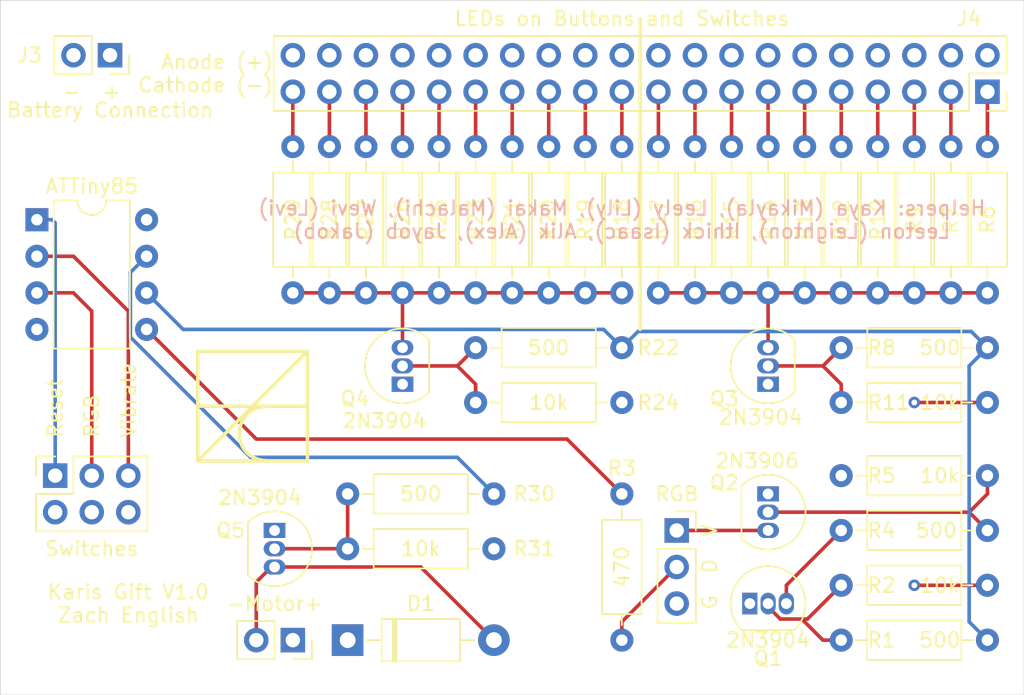
<source format=kicad_pcb>
(kicad_pcb (version 20171130) (host pcbnew 5.1.4+dfsg1-1~bpo10+1)

  (general
    (thickness 1.6)
    (drawings 13)
    (tracks 105)
    (zones 0)
    (modules 44)
    (nets 40)
  )

  (page A4)
  (layers
    (0 F.Cu signal)
    (31 B.Cu signal)
    (32 B.Adhes user hide)
    (33 F.Adhes user hide)
    (34 B.Paste user hide)
    (35 F.Paste user hide)
    (36 B.SilkS user hide)
    (37 F.SilkS user)
    (38 B.Mask user)
    (39 F.Mask user)
    (40 Dwgs.User user hide)
    (41 Cmts.User user hide)
    (42 Eco1.User user hide)
    (43 Eco2.User user hide)
    (44 Edge.Cuts user)
    (45 Margin user hide)
    (46 B.CrtYd user hide)
    (47 F.CrtYd user hide)
    (48 B.Fab user hide)
    (49 F.Fab user hide)
  )

  (setup
    (last_trace_width 0.25)
    (trace_clearance 0.2)
    (zone_clearance 0.508)
    (zone_45_only no)
    (trace_min 0.2)
    (via_size 0.8)
    (via_drill 0.4)
    (via_min_size 0.4)
    (via_min_drill 0.3)
    (uvia_size 0.3)
    (uvia_drill 0.1)
    (uvias_allowed no)
    (uvia_min_size 0.2)
    (uvia_min_drill 0.1)
    (edge_width 0.05)
    (segment_width 0.2)
    (pcb_text_width 0.3)
    (pcb_text_size 1.5 1.5)
    (mod_edge_width 0.12)
    (mod_text_size 1 1)
    (mod_text_width 0.15)
    (pad_size 1.524 1.524)
    (pad_drill 0.762)
    (pad_to_mask_clearance 0.051)
    (solder_mask_min_width 0.25)
    (aux_axis_origin 0 0)
    (visible_elements 7FFFFFFF)
    (pcbplotparams
      (layerselection 0x010f0_ffffffff)
      (usegerberextensions false)
      (usegerberattributes false)
      (usegerberadvancedattributes false)
      (creategerberjobfile false)
      (excludeedgelayer true)
      (linewidth 0.100000)
      (plotframeref false)
      (viasonmask false)
      (mode 1)
      (useauxorigin false)
      (hpglpennumber 1)
      (hpglpenspeed 20)
      (hpglpendiameter 15.000000)
      (psnegative false)
      (psa4output false)
      (plotreference true)
      (plotvalue true)
      (plotinvisibletext false)
      (padsonsilk true)
      (subtractmaskfromsilk false)
      (outputformat 1)
      (mirror false)
      (drillshape 0)
      (scaleselection 1)
      (outputdirectory ""))
  )

  (net 0 "")
  (net 1 "Net-(D1-Pad2)")
  (net 2 VCC)
  (net 3 GND)
  (net 4 "Net-(J1-Pad2)")
  (net 5 "Net-(J1-Pad1)")
  (net 6 Vibrate_switch)
  (net 7 RGB_switch)
  (net 8 Reset)
  (net 9 "Net-(J4-Pad19)")
  (net 10 "Net-(J4-Pad17)")
  (net 11 "Net-(J4-Pad15)")
  (net 12 "Net-(J4-Pad13)")
  (net 13 "Net-(J4-Pad11)")
  (net 14 "Net-(J4-Pad9)")
  (net 15 "Net-(J4-Pad7)")
  (net 16 "Net-(J4-Pad5)")
  (net 17 "Net-(J4-Pad3)")
  (net 18 "Net-(J4-Pad1)")
  (net 19 "Net-(Q1-Pad3)")
  (net 20 "Net-(Q1-Pad2)")
  (net 21 "Net-(Q2-Pad2)")
  (net 22 "Net-(Q3-Pad3)")
  (net 23 "Net-(Q3-Pad2)")
  (net 24 "Net-(Q4-Pad3)")
  (net 25 "Net-(Q4-Pad2)")
  (net 26 "Net-(Q5-Pad2)")
  (net 27 LED_cutoff)
  (net 28 RGB_data)
  (net 29 Vibrate_driver)
  (net 30 "Net-(J4-Pad39)")
  (net 31 "Net-(J4-Pad37)")
  (net 32 "Net-(J4-Pad35)")
  (net 33 "Net-(J4-Pad33)")
  (net 34 "Net-(J4-Pad31)")
  (net 35 "Net-(J4-Pad29)")
  (net 36 "Net-(J4-Pad27)")
  (net 37 "Net-(J4-Pad25)")
  (net 38 "Net-(J4-Pad23)")
  (net 39 "Net-(J4-Pad21)")

  (net_class Default "This is the default net class."
    (clearance 0.2)
    (trace_width 0.25)
    (via_dia 0.8)
    (via_drill 0.4)
    (uvia_dia 0.3)
    (uvia_drill 0.1)
    (add_net GND)
    (add_net LED_cutoff)
    (add_net "Net-(D1-Pad2)")
    (add_net "Net-(J1-Pad1)")
    (add_net "Net-(J1-Pad2)")
    (add_net "Net-(J4-Pad1)")
    (add_net "Net-(J4-Pad11)")
    (add_net "Net-(J4-Pad13)")
    (add_net "Net-(J4-Pad15)")
    (add_net "Net-(J4-Pad17)")
    (add_net "Net-(J4-Pad19)")
    (add_net "Net-(J4-Pad21)")
    (add_net "Net-(J4-Pad23)")
    (add_net "Net-(J4-Pad25)")
    (add_net "Net-(J4-Pad27)")
    (add_net "Net-(J4-Pad29)")
    (add_net "Net-(J4-Pad3)")
    (add_net "Net-(J4-Pad31)")
    (add_net "Net-(J4-Pad33)")
    (add_net "Net-(J4-Pad35)")
    (add_net "Net-(J4-Pad37)")
    (add_net "Net-(J4-Pad39)")
    (add_net "Net-(J4-Pad5)")
    (add_net "Net-(J4-Pad7)")
    (add_net "Net-(J4-Pad9)")
    (add_net "Net-(Q1-Pad2)")
    (add_net "Net-(Q1-Pad3)")
    (add_net "Net-(Q2-Pad2)")
    (add_net "Net-(Q3-Pad2)")
    (add_net "Net-(Q3-Pad3)")
    (add_net "Net-(Q4-Pad2)")
    (add_net "Net-(Q4-Pad3)")
    (add_net "Net-(Q5-Pad2)")
    (add_net RGB_data)
    (add_net RGB_switch)
    (add_net Reset)
    (add_net VCC)
    (add_net Vibrate_driver)
    (add_net Vibrate_switch)
  )

  (module KarisGiftPCB:ZDE_Logo (layer F.Cu) (tedit 600222E9) (tstamp 6002C544)
    (at 73.406 91.694)
    (fp_text reference REF** (at 0 0.5) (layer F.Fab)
      (effects (font (size 1 1) (thickness 0.15)))
    )
    (fp_text value ZDE_Logo (at 0 -0.5) (layer F.Fab)
      (effects (font (size 1 1) (thickness 0.15)))
    )
    (fp_arc (start 4.7498 5.715) (end 4.7244 3.8354) (angle -180) (layer F.SilkS) (width 0.25))
    (fp_line (start 0 3.81) (end 7.62 3.81) (layer F.SilkS) (width 0.25))
    (fp_line (start 7.62 0) (end 0 7.62) (layer F.SilkS) (width 0.25))
    (fp_line (start 7.62 0) (end 0 0) (layer F.SilkS) (width 0.25))
    (fp_line (start 7.62 7.62) (end 7.62 0) (layer F.SilkS) (width 0.25))
    (fp_line (start 0 7.62) (end 7.62 7.62) (layer F.SilkS) (width 0.25))
    (fp_line (start 0 5.08) (end 0 7.62) (layer F.SilkS) (width 0.25))
    (fp_line (start 0 0) (end 0 5.08) (layer F.SilkS) (width 0.25))
  )

  (module Connector_PinSocket_2.54mm:PinSocket_2x20_P2.54mm_Vertical (layer F.Cu) (tedit 5A19A433) (tstamp 5FFFCF9C)
    (at 128.27 73.66 270)
    (descr "Through hole straight socket strip, 2x20, 2.54mm pitch, double cols (from Kicad 4.0.7), script generated")
    (tags "Through hole socket strip THT 2x20 2.54mm double row")
    (path /60001D64)
    (fp_text reference J4 (at -5.08 1.27 180) (layer F.SilkS)
      (effects (font (size 1 1) (thickness 0.15)))
    )
    (fp_text value "LEDs on Buttons and Switches" (at -5.08 25.4 180) (layer F.SilkS)
      (effects (font (size 1 1) (thickness 0.15)))
    )
    (fp_text user %R (at -1.27 24.13) (layer F.Fab)
      (effects (font (size 1 1) (thickness 0.15)))
    )
    (fp_line (start -4.34 50) (end -4.34 -1.8) (layer F.CrtYd) (width 0.05))
    (fp_line (start 1.76 50) (end -4.34 50) (layer F.CrtYd) (width 0.05))
    (fp_line (start 1.76 -1.8) (end 1.76 50) (layer F.CrtYd) (width 0.05))
    (fp_line (start -4.34 -1.8) (end 1.76 -1.8) (layer F.CrtYd) (width 0.05))
    (fp_line (start 0 -1.33) (end 1.33 -1.33) (layer F.SilkS) (width 0.12))
    (fp_line (start 1.33 -1.33) (end 1.33 0) (layer F.SilkS) (width 0.12))
    (fp_line (start -1.27 -1.33) (end -1.27 1.27) (layer F.SilkS) (width 0.12))
    (fp_line (start -1.27 1.27) (end 1.33 1.27) (layer F.SilkS) (width 0.12))
    (fp_line (start 1.33 1.27) (end 1.33 49.59) (layer F.SilkS) (width 0.12))
    (fp_line (start -3.87 49.59) (end 1.33 49.59) (layer F.SilkS) (width 0.12))
    (fp_line (start -3.87 -1.33) (end -3.87 49.59) (layer F.SilkS) (width 0.12))
    (fp_line (start -3.87 -1.33) (end -1.27 -1.33) (layer F.SilkS) (width 0.12))
    (fp_line (start -3.81 49.53) (end -3.81 -1.27) (layer F.Fab) (width 0.1))
    (fp_line (start 1.27 49.53) (end -3.81 49.53) (layer F.Fab) (width 0.1))
    (fp_line (start 1.27 -0.27) (end 1.27 49.53) (layer F.Fab) (width 0.1))
    (fp_line (start 0.27 -1.27) (end 1.27 -0.27) (layer F.Fab) (width 0.1))
    (fp_line (start -3.81 -1.27) (end 0.27 -1.27) (layer F.Fab) (width 0.1))
    (pad 40 thru_hole oval (at -2.54 48.26 270) (size 1.7 1.7) (drill 1) (layers *.Cu *.Mask)
      (net 2 VCC))
    (pad 39 thru_hole oval (at 0 48.26 270) (size 1.7 1.7) (drill 1) (layers *.Cu *.Mask)
      (net 30 "Net-(J4-Pad39)"))
    (pad 38 thru_hole oval (at -2.54 45.72 270) (size 1.7 1.7) (drill 1) (layers *.Cu *.Mask)
      (net 2 VCC))
    (pad 37 thru_hole oval (at 0 45.72 270) (size 1.7 1.7) (drill 1) (layers *.Cu *.Mask)
      (net 31 "Net-(J4-Pad37)"))
    (pad 36 thru_hole oval (at -2.54 43.18 270) (size 1.7 1.7) (drill 1) (layers *.Cu *.Mask)
      (net 2 VCC))
    (pad 35 thru_hole oval (at 0 43.18 270) (size 1.7 1.7) (drill 1) (layers *.Cu *.Mask)
      (net 32 "Net-(J4-Pad35)"))
    (pad 34 thru_hole oval (at -2.54 40.64 270) (size 1.7 1.7) (drill 1) (layers *.Cu *.Mask)
      (net 2 VCC))
    (pad 33 thru_hole oval (at 0 40.64 270) (size 1.7 1.7) (drill 1) (layers *.Cu *.Mask)
      (net 33 "Net-(J4-Pad33)"))
    (pad 32 thru_hole oval (at -2.54 38.1 270) (size 1.7 1.7) (drill 1) (layers *.Cu *.Mask)
      (net 2 VCC))
    (pad 31 thru_hole oval (at 0 38.1 270) (size 1.7 1.7) (drill 1) (layers *.Cu *.Mask)
      (net 34 "Net-(J4-Pad31)"))
    (pad 30 thru_hole oval (at -2.54 35.56 270) (size 1.7 1.7) (drill 1) (layers *.Cu *.Mask)
      (net 2 VCC))
    (pad 29 thru_hole oval (at 0 35.56 270) (size 1.7 1.7) (drill 1) (layers *.Cu *.Mask)
      (net 35 "Net-(J4-Pad29)"))
    (pad 28 thru_hole oval (at -2.54 33.02 270) (size 1.7 1.7) (drill 1) (layers *.Cu *.Mask)
      (net 2 VCC))
    (pad 27 thru_hole oval (at 0 33.02 270) (size 1.7 1.7) (drill 1) (layers *.Cu *.Mask)
      (net 36 "Net-(J4-Pad27)"))
    (pad 26 thru_hole oval (at -2.54 30.48 270) (size 1.7 1.7) (drill 1) (layers *.Cu *.Mask)
      (net 2 VCC))
    (pad 25 thru_hole oval (at 0 30.48 270) (size 1.7 1.7) (drill 1) (layers *.Cu *.Mask)
      (net 37 "Net-(J4-Pad25)"))
    (pad 24 thru_hole oval (at -2.54 27.94 270) (size 1.7 1.7) (drill 1) (layers *.Cu *.Mask)
      (net 2 VCC))
    (pad 23 thru_hole oval (at 0 27.94 270) (size 1.7 1.7) (drill 1) (layers *.Cu *.Mask)
      (net 38 "Net-(J4-Pad23)"))
    (pad 22 thru_hole oval (at -2.54 25.4 270) (size 1.7 1.7) (drill 1) (layers *.Cu *.Mask)
      (net 2 VCC))
    (pad 21 thru_hole oval (at 0 25.4 270) (size 1.7 1.7) (drill 1) (layers *.Cu *.Mask)
      (net 39 "Net-(J4-Pad21)"))
    (pad 20 thru_hole oval (at -2.54 22.86 270) (size 1.7 1.7) (drill 1) (layers *.Cu *.Mask)
      (net 2 VCC))
    (pad 19 thru_hole oval (at 0 22.86 270) (size 1.7 1.7) (drill 1) (layers *.Cu *.Mask)
      (net 9 "Net-(J4-Pad19)"))
    (pad 18 thru_hole oval (at -2.54 20.32 270) (size 1.7 1.7) (drill 1) (layers *.Cu *.Mask)
      (net 2 VCC))
    (pad 17 thru_hole oval (at 0 20.32 270) (size 1.7 1.7) (drill 1) (layers *.Cu *.Mask)
      (net 10 "Net-(J4-Pad17)"))
    (pad 16 thru_hole oval (at -2.54 17.78 270) (size 1.7 1.7) (drill 1) (layers *.Cu *.Mask)
      (net 2 VCC))
    (pad 15 thru_hole oval (at 0 17.78 270) (size 1.7 1.7) (drill 1) (layers *.Cu *.Mask)
      (net 11 "Net-(J4-Pad15)"))
    (pad 14 thru_hole oval (at -2.54 15.24 270) (size 1.7 1.7) (drill 1) (layers *.Cu *.Mask)
      (net 2 VCC))
    (pad 13 thru_hole oval (at 0 15.24 270) (size 1.7 1.7) (drill 1) (layers *.Cu *.Mask)
      (net 12 "Net-(J4-Pad13)"))
    (pad 12 thru_hole oval (at -2.54 12.7 270) (size 1.7 1.7) (drill 1) (layers *.Cu *.Mask)
      (net 2 VCC))
    (pad 11 thru_hole oval (at 0 12.7 270) (size 1.7 1.7) (drill 1) (layers *.Cu *.Mask)
      (net 13 "Net-(J4-Pad11)"))
    (pad 10 thru_hole oval (at -2.54 10.16 270) (size 1.7 1.7) (drill 1) (layers *.Cu *.Mask)
      (net 2 VCC))
    (pad 9 thru_hole oval (at 0 10.16 270) (size 1.7 1.7) (drill 1) (layers *.Cu *.Mask)
      (net 14 "Net-(J4-Pad9)"))
    (pad 8 thru_hole oval (at -2.54 7.62 270) (size 1.7 1.7) (drill 1) (layers *.Cu *.Mask)
      (net 2 VCC))
    (pad 7 thru_hole oval (at 0 7.62 270) (size 1.7 1.7) (drill 1) (layers *.Cu *.Mask)
      (net 15 "Net-(J4-Pad7)"))
    (pad 6 thru_hole oval (at -2.54 5.08 270) (size 1.7 1.7) (drill 1) (layers *.Cu *.Mask)
      (net 2 VCC))
    (pad 5 thru_hole oval (at 0 5.08 270) (size 1.7 1.7) (drill 1) (layers *.Cu *.Mask)
      (net 16 "Net-(J4-Pad5)"))
    (pad 4 thru_hole oval (at -2.54 2.54 270) (size 1.7 1.7) (drill 1) (layers *.Cu *.Mask)
      (net 2 VCC))
    (pad 3 thru_hole oval (at 0 2.54 270) (size 1.7 1.7) (drill 1) (layers *.Cu *.Mask)
      (net 17 "Net-(J4-Pad3)"))
    (pad 2 thru_hole oval (at -2.54 0 270) (size 1.7 1.7) (drill 1) (layers *.Cu *.Mask)
      (net 2 VCC))
    (pad 1 thru_hole rect (at 0 0 270) (size 1.7 1.7) (drill 1) (layers *.Cu *.Mask)
      (net 18 "Net-(J4-Pad1)"))
    (model ${KISYS3DMOD}/Connector_PinSocket_2.54mm.3dshapes/PinSocket_2x20_P2.54mm_Vertical.wrl
      (at (xyz 0 0 0))
      (scale (xyz 1 1 1))
      (rotate (xyz 0 0 0))
    )
  )

  (module Connector_PinSocket_2.54mm:PinSocket_2x03_P2.54mm_Vertical (layer F.Cu) (tedit 5A19A425) (tstamp 5FFFCD08)
    (at 63.5 100.33 90)
    (descr "Through hole straight socket strip, 2x03, 2.54mm pitch, double cols (from Kicad 4.0.7), script generated")
    (tags "Through hole socket strip THT 2x03 2.54mm double row")
    (path /60045888)
    (fp_text reference Switches (at -5.08 2.54 180) (layer F.SilkS)
      (effects (font (size 1 1) (thickness 0.15)))
    )
    (fp_text value Switches (at -1.27 7.85 90) (layer F.Fab)
      (effects (font (size 1 1) (thickness 0.15)))
    )
    (fp_line (start -4.34 6.85) (end -4.34 -1.8) (layer F.CrtYd) (width 0.05))
    (fp_line (start 1.76 6.85) (end -4.34 6.85) (layer F.CrtYd) (width 0.05))
    (fp_line (start 1.76 -1.8) (end 1.76 6.85) (layer F.CrtYd) (width 0.05))
    (fp_line (start -4.34 -1.8) (end 1.76 -1.8) (layer F.CrtYd) (width 0.05))
    (fp_line (start 0 -1.33) (end 1.33 -1.33) (layer F.SilkS) (width 0.12))
    (fp_line (start 1.33 -1.33) (end 1.33 0) (layer F.SilkS) (width 0.12))
    (fp_line (start -1.27 -1.33) (end -1.27 1.27) (layer F.SilkS) (width 0.12))
    (fp_line (start -1.27 1.27) (end 1.33 1.27) (layer F.SilkS) (width 0.12))
    (fp_line (start 1.33 1.27) (end 1.33 6.41) (layer F.SilkS) (width 0.12))
    (fp_line (start -3.87 6.41) (end 1.33 6.41) (layer F.SilkS) (width 0.12))
    (fp_line (start -3.87 -1.33) (end -3.87 6.41) (layer F.SilkS) (width 0.12))
    (fp_line (start -3.87 -1.33) (end -1.27 -1.33) (layer F.SilkS) (width 0.12))
    (fp_line (start -3.81 6.35) (end -3.81 -1.27) (layer F.Fab) (width 0.1))
    (fp_line (start 1.27 6.35) (end -3.81 6.35) (layer F.Fab) (width 0.1))
    (fp_line (start 1.27 -0.27) (end 1.27 6.35) (layer F.Fab) (width 0.1))
    (fp_line (start 0.27 -1.27) (end 1.27 -0.27) (layer F.Fab) (width 0.1))
    (fp_line (start -3.81 -1.27) (end 0.27 -1.27) (layer F.Fab) (width 0.1))
    (pad 6 thru_hole oval (at -2.54 5.08 90) (size 1.7 1.7) (drill 1) (layers *.Cu *.Mask)
      (net 3 GND))
    (pad 5 thru_hole oval (at 0 5.08 90) (size 1.7 1.7) (drill 1) (layers *.Cu *.Mask)
      (net 6 Vibrate_switch))
    (pad 4 thru_hole oval (at -2.54 2.54 90) (size 1.7 1.7) (drill 1) (layers *.Cu *.Mask)
      (net 3 GND))
    (pad 3 thru_hole oval (at 0 2.54 90) (size 1.7 1.7) (drill 1) (layers *.Cu *.Mask)
      (net 7 RGB_switch))
    (pad 2 thru_hole oval (at -2.54 0 90) (size 1.7 1.7) (drill 1) (layers *.Cu *.Mask)
      (net 3 GND))
    (pad 1 thru_hole rect (at 0 0 90) (size 1.7 1.7) (drill 1) (layers *.Cu *.Mask)
      (net 8 Reset))
    (model ${KISYS3DMOD}/Connector_PinSocket_2.54mm.3dshapes/PinSocket_2x03_P2.54mm_Vertical.wrl
      (at (xyz 0 0 0))
      (scale (xyz 1 1 1))
      (rotate (xyz 0 0 0))
    )
  )

  (module Package_DIP:DIP-8_W7.62mm (layer F.Cu) (tedit 5A02E8C5) (tstamp 600036F2)
    (at 62.23 82.55)
    (descr "8-lead though-hole mounted DIP package, row spacing 7.62 mm (300 mils)")
    (tags "THT DIP DIL PDIP 2.54mm 7.62mm 300mil")
    (path /5FDE0C7F)
    (fp_text reference ATTiny85 (at 3.81 -2.33) (layer F.SilkS)
      (effects (font (size 1 1) (thickness 0.15)))
    )
    (fp_text value ATtiny85V-10PU (at 5.08 10.16) (layer F.Fab)
      (effects (font (size 1 1) (thickness 0.15)))
    )
    (fp_text user %R (at 3.81 3.81) (layer F.Fab)
      (effects (font (size 1 1) (thickness 0.15)))
    )
    (fp_line (start 8.7 -1.55) (end -1.1 -1.55) (layer F.CrtYd) (width 0.05))
    (fp_line (start 8.7 9.15) (end 8.7 -1.55) (layer F.CrtYd) (width 0.05))
    (fp_line (start -1.1 9.15) (end 8.7 9.15) (layer F.CrtYd) (width 0.05))
    (fp_line (start -1.1 -1.55) (end -1.1 9.15) (layer F.CrtYd) (width 0.05))
    (fp_line (start 6.46 -1.33) (end 4.81 -1.33) (layer F.SilkS) (width 0.12))
    (fp_line (start 6.46 8.95) (end 6.46 -1.33) (layer F.SilkS) (width 0.12))
    (fp_line (start 1.16 8.95) (end 6.46 8.95) (layer F.SilkS) (width 0.12))
    (fp_line (start 1.16 -1.33) (end 1.16 8.95) (layer F.SilkS) (width 0.12))
    (fp_line (start 2.81 -1.33) (end 1.16 -1.33) (layer F.SilkS) (width 0.12))
    (fp_line (start 0.635 -0.27) (end 1.635 -1.27) (layer F.Fab) (width 0.1))
    (fp_line (start 0.635 8.89) (end 0.635 -0.27) (layer F.Fab) (width 0.1))
    (fp_line (start 6.985 8.89) (end 0.635 8.89) (layer F.Fab) (width 0.1))
    (fp_line (start 6.985 -1.27) (end 6.985 8.89) (layer F.Fab) (width 0.1))
    (fp_line (start 1.635 -1.27) (end 6.985 -1.27) (layer F.Fab) (width 0.1))
    (fp_arc (start 3.81 -1.33) (end 2.81 -1.33) (angle -180) (layer F.SilkS) (width 0.12))
    (pad 8 thru_hole oval (at 7.62 0) (size 1.6 1.6) (drill 0.8) (layers *.Cu *.Mask)
      (net 2 VCC))
    (pad 4 thru_hole oval (at 0 7.62) (size 1.6 1.6) (drill 0.8) (layers *.Cu *.Mask)
      (net 3 GND))
    (pad 7 thru_hole oval (at 7.62 2.54) (size 1.6 1.6) (drill 0.8) (layers *.Cu *.Mask)
      (net 29 Vibrate_driver))
    (pad 3 thru_hole oval (at 0 5.08) (size 1.6 1.6) (drill 0.8) (layers *.Cu *.Mask)
      (net 7 RGB_switch))
    (pad 6 thru_hole oval (at 7.62 5.08) (size 1.6 1.6) (drill 0.8) (layers *.Cu *.Mask)
      (net 27 LED_cutoff))
    (pad 2 thru_hole oval (at 0 2.54) (size 1.6 1.6) (drill 0.8) (layers *.Cu *.Mask)
      (net 6 Vibrate_switch))
    (pad 5 thru_hole oval (at 7.62 7.62) (size 1.6 1.6) (drill 0.8) (layers *.Cu *.Mask)
      (net 28 RGB_data))
    (pad 1 thru_hole rect (at 0 0) (size 1.6 1.6) (drill 0.8) (layers *.Cu *.Mask)
      (net 8 Reset))
    (model ${KISYS3DMOD}/Package_DIP.3dshapes/DIP-8_W7.62mm.wrl
      (at (xyz 0 0 0))
      (scale (xyz 1 1 1))
      (rotate (xyz 0 0 0))
    )
  )

  (module Resistor_THT:R_Axial_DIN0207_L6.3mm_D2.5mm_P10.16mm_Horizontal (layer F.Cu) (tedit 5AE5139B) (tstamp 600034FE)
    (at 83.82 105.41)
    (descr "Resistor, Axial_DIN0207 series, Axial, Horizontal, pin pitch=10.16mm, 0.25W = 1/4W, length*diameter=6.3*2.5mm^2, http://cdn-reichelt.de/documents/datenblatt/B400/1_4W%23YAG.pdf")
    (tags "Resistor Axial_DIN0207 series Axial Horizontal pin pitch 10.16mm 0.25W = 1/4W length 6.3mm diameter 2.5mm")
    (path /5FF90771)
    (fp_text reference R31 (at 12.954 0) (layer F.SilkS)
      (effects (font (size 1 1) (thickness 0.15)))
    )
    (fp_text value 10k (at 5.08 0) (layer F.SilkS)
      (effects (font (size 1 1) (thickness 0.15)))
    )
    (fp_line (start 11.21 -1.5) (end -1.05 -1.5) (layer F.CrtYd) (width 0.05))
    (fp_line (start 11.21 1.5) (end 11.21 -1.5) (layer F.CrtYd) (width 0.05))
    (fp_line (start -1.05 1.5) (end 11.21 1.5) (layer F.CrtYd) (width 0.05))
    (fp_line (start -1.05 -1.5) (end -1.05 1.5) (layer F.CrtYd) (width 0.05))
    (fp_line (start 9.12 0) (end 8.35 0) (layer F.SilkS) (width 0.12))
    (fp_line (start 1.04 0) (end 1.81 0) (layer F.SilkS) (width 0.12))
    (fp_line (start 8.35 -1.37) (end 1.81 -1.37) (layer F.SilkS) (width 0.12))
    (fp_line (start 8.35 1.37) (end 8.35 -1.37) (layer F.SilkS) (width 0.12))
    (fp_line (start 1.81 1.37) (end 8.35 1.37) (layer F.SilkS) (width 0.12))
    (fp_line (start 1.81 -1.37) (end 1.81 1.37) (layer F.SilkS) (width 0.12))
    (fp_line (start 10.16 0) (end 8.23 0) (layer F.Fab) (width 0.1))
    (fp_line (start 0 0) (end 1.93 0) (layer F.Fab) (width 0.1))
    (fp_line (start 8.23 -1.25) (end 1.93 -1.25) (layer F.Fab) (width 0.1))
    (fp_line (start 8.23 1.25) (end 8.23 -1.25) (layer F.Fab) (width 0.1))
    (fp_line (start 1.93 1.25) (end 8.23 1.25) (layer F.Fab) (width 0.1))
    (fp_line (start 1.93 -1.25) (end 1.93 1.25) (layer F.Fab) (width 0.1))
    (pad 2 thru_hole oval (at 10.16 0) (size 1.6 1.6) (drill 0.8) (layers *.Cu *.Mask)
      (net 3 GND))
    (pad 1 thru_hole circle (at 0 0) (size 1.6 1.6) (drill 0.8) (layers *.Cu *.Mask)
      (net 26 "Net-(Q5-Pad2)"))
    (model ${KISYS3DMOD}/Resistor_THT.3dshapes/R_Axial_DIN0207_L6.3mm_D2.5mm_P10.16mm_Horizontal.wrl
      (at (xyz 0 0 0))
      (scale (xyz 1 1 1))
      (rotate (xyz 0 0 0))
    )
  )

  (module Resistor_THT:R_Axial_DIN0207_L6.3mm_D2.5mm_P10.16mm_Horizontal (layer F.Cu) (tedit 5AE5139B) (tstamp 60003417)
    (at 83.82 101.6)
    (descr "Resistor, Axial_DIN0207 series, Axial, Horizontal, pin pitch=10.16mm, 0.25W = 1/4W, length*diameter=6.3*2.5mm^2, http://cdn-reichelt.de/documents/datenblatt/B400/1_4W%23YAG.pdf")
    (tags "Resistor Axial_DIN0207 series Axial Horizontal pin pitch 10.16mm 0.25W = 1/4W length 6.3mm diameter 2.5mm")
    (path /5FDF90B9)
    (fp_text reference R30 (at 12.954 0) (layer F.SilkS)
      (effects (font (size 1 1) (thickness 0.15)))
    )
    (fp_text value 500 (at 5.08 0) (layer F.SilkS)
      (effects (font (size 1 1) (thickness 0.15)))
    )
    (fp_line (start 11.21 -1.5) (end -1.05 -1.5) (layer F.CrtYd) (width 0.05))
    (fp_line (start 11.21 1.5) (end 11.21 -1.5) (layer F.CrtYd) (width 0.05))
    (fp_line (start -1.05 1.5) (end 11.21 1.5) (layer F.CrtYd) (width 0.05))
    (fp_line (start -1.05 -1.5) (end -1.05 1.5) (layer F.CrtYd) (width 0.05))
    (fp_line (start 9.12 0) (end 8.35 0) (layer F.SilkS) (width 0.12))
    (fp_line (start 1.04 0) (end 1.81 0) (layer F.SilkS) (width 0.12))
    (fp_line (start 8.35 -1.37) (end 1.81 -1.37) (layer F.SilkS) (width 0.12))
    (fp_line (start 8.35 1.37) (end 8.35 -1.37) (layer F.SilkS) (width 0.12))
    (fp_line (start 1.81 1.37) (end 8.35 1.37) (layer F.SilkS) (width 0.12))
    (fp_line (start 1.81 -1.37) (end 1.81 1.37) (layer F.SilkS) (width 0.12))
    (fp_line (start 10.16 0) (end 8.23 0) (layer F.Fab) (width 0.1))
    (fp_line (start 0 0) (end 1.93 0) (layer F.Fab) (width 0.1))
    (fp_line (start 8.23 -1.25) (end 1.93 -1.25) (layer F.Fab) (width 0.1))
    (fp_line (start 8.23 1.25) (end 8.23 -1.25) (layer F.Fab) (width 0.1))
    (fp_line (start 1.93 1.25) (end 8.23 1.25) (layer F.Fab) (width 0.1))
    (fp_line (start 1.93 -1.25) (end 1.93 1.25) (layer F.Fab) (width 0.1))
    (pad 2 thru_hole oval (at 10.16 0) (size 1.6 1.6) (drill 0.8) (layers *.Cu *.Mask)
      (net 29 Vibrate_driver))
    (pad 1 thru_hole circle (at 0 0) (size 1.6 1.6) (drill 0.8) (layers *.Cu *.Mask)
      (net 26 "Net-(Q5-Pad2)"))
    (model ${KISYS3DMOD}/Resistor_THT.3dshapes/R_Axial_DIN0207_L6.3mm_D2.5mm_P10.16mm_Horizontal.wrl
      (at (xyz 0 0 0))
      (scale (xyz 1 1 1))
      (rotate (xyz 0 0 0))
    )
  )

  (module Resistor_THT:R_Axial_DIN0207_L6.3mm_D2.5mm_P10.16mm_Horizontal (layer F.Cu) (tedit 5AE5139B) (tstamp 60003330)
    (at 80.01 77.47 270)
    (descr "Resistor, Axial_DIN0207 series, Axial, Horizontal, pin pitch=10.16mm, 0.25W = 1/4W, length*diameter=6.3*2.5mm^2, http://cdn-reichelt.de/documents/datenblatt/B400/1_4W%23YAG.pdf")
    (tags "Resistor Axial_DIN0207 series Axial Horizontal pin pitch 10.16mm 0.25W = 1/4W length 6.3mm diameter 2.5mm")
    (path /5FFFAA73)
    (fp_text reference R29 (at 5.08 0 90) (layer F.SilkS)
      (effects (font (size 1 1) (thickness 0.15)))
    )
    (fp_text value R (at 1.27 0 90) (layer F.Fab)
      (effects (font (size 1 1) (thickness 0.15)))
    )
    (fp_line (start 11.21 -1.5) (end -1.05 -1.5) (layer F.CrtYd) (width 0.05))
    (fp_line (start 11.21 1.5) (end 11.21 -1.5) (layer F.CrtYd) (width 0.05))
    (fp_line (start -1.05 1.5) (end 11.21 1.5) (layer F.CrtYd) (width 0.05))
    (fp_line (start -1.05 -1.5) (end -1.05 1.5) (layer F.CrtYd) (width 0.05))
    (fp_line (start 9.12 0) (end 8.35 0) (layer F.SilkS) (width 0.12))
    (fp_line (start 1.04 0) (end 1.81 0) (layer F.SilkS) (width 0.12))
    (fp_line (start 8.35 -1.37) (end 1.81 -1.37) (layer F.SilkS) (width 0.12))
    (fp_line (start 8.35 1.37) (end 8.35 -1.37) (layer F.SilkS) (width 0.12))
    (fp_line (start 1.81 1.37) (end 8.35 1.37) (layer F.SilkS) (width 0.12))
    (fp_line (start 1.81 -1.37) (end 1.81 1.37) (layer F.SilkS) (width 0.12))
    (fp_line (start 10.16 0) (end 8.23 0) (layer F.Fab) (width 0.1))
    (fp_line (start 0 0) (end 1.93 0) (layer F.Fab) (width 0.1))
    (fp_line (start 8.23 -1.25) (end 1.93 -1.25) (layer F.Fab) (width 0.1))
    (fp_line (start 8.23 1.25) (end 8.23 -1.25) (layer F.Fab) (width 0.1))
    (fp_line (start 1.93 1.25) (end 8.23 1.25) (layer F.Fab) (width 0.1))
    (fp_line (start 1.93 -1.25) (end 1.93 1.25) (layer F.Fab) (width 0.1))
    (pad 2 thru_hole oval (at 10.16 0 270) (size 1.6 1.6) (drill 0.8) (layers *.Cu *.Mask)
      (net 24 "Net-(Q4-Pad3)"))
    (pad 1 thru_hole circle (at 0 0 270) (size 1.6 1.6) (drill 0.8) (layers *.Cu *.Mask)
      (net 30 "Net-(J4-Pad39)"))
    (model ${KISYS3DMOD}/Resistor_THT.3dshapes/R_Axial_DIN0207_L6.3mm_D2.5mm_P10.16mm_Horizontal.wrl
      (at (xyz 0 0 0))
      (scale (xyz 1 1 1))
      (rotate (xyz 0 0 0))
    )
  )

  (module Resistor_THT:R_Axial_DIN0207_L6.3mm_D2.5mm_P10.16mm_Horizontal (layer F.Cu) (tedit 5AE5139B) (tstamp 60003249)
    (at 82.55 77.47 270)
    (descr "Resistor, Axial_DIN0207 series, Axial, Horizontal, pin pitch=10.16mm, 0.25W = 1/4W, length*diameter=6.3*2.5mm^2, http://cdn-reichelt.de/documents/datenblatt/B400/1_4W%23YAG.pdf")
    (tags "Resistor Axial_DIN0207 series Axial Horizontal pin pitch 10.16mm 0.25W = 1/4W length 6.3mm diameter 2.5mm")
    (path /5FFFA6C1)
    (fp_text reference R28 (at 5.08 0 90) (layer F.SilkS)
      (effects (font (size 1 1) (thickness 0.15)))
    )
    (fp_text value R (at 1.27 0 90) (layer F.Fab)
      (effects (font (size 1 1) (thickness 0.15)))
    )
    (fp_line (start 11.21 -1.5) (end -1.05 -1.5) (layer F.CrtYd) (width 0.05))
    (fp_line (start 11.21 1.5) (end 11.21 -1.5) (layer F.CrtYd) (width 0.05))
    (fp_line (start -1.05 1.5) (end 11.21 1.5) (layer F.CrtYd) (width 0.05))
    (fp_line (start -1.05 -1.5) (end -1.05 1.5) (layer F.CrtYd) (width 0.05))
    (fp_line (start 9.12 0) (end 8.35 0) (layer F.SilkS) (width 0.12))
    (fp_line (start 1.04 0) (end 1.81 0) (layer F.SilkS) (width 0.12))
    (fp_line (start 8.35 -1.37) (end 1.81 -1.37) (layer F.SilkS) (width 0.12))
    (fp_line (start 8.35 1.37) (end 8.35 -1.37) (layer F.SilkS) (width 0.12))
    (fp_line (start 1.81 1.37) (end 8.35 1.37) (layer F.SilkS) (width 0.12))
    (fp_line (start 1.81 -1.37) (end 1.81 1.37) (layer F.SilkS) (width 0.12))
    (fp_line (start 10.16 0) (end 8.23 0) (layer F.Fab) (width 0.1))
    (fp_line (start 0 0) (end 1.93 0) (layer F.Fab) (width 0.1))
    (fp_line (start 8.23 -1.25) (end 1.93 -1.25) (layer F.Fab) (width 0.1))
    (fp_line (start 8.23 1.25) (end 8.23 -1.25) (layer F.Fab) (width 0.1))
    (fp_line (start 1.93 1.25) (end 8.23 1.25) (layer F.Fab) (width 0.1))
    (fp_line (start 1.93 -1.25) (end 1.93 1.25) (layer F.Fab) (width 0.1))
    (pad 2 thru_hole oval (at 10.16 0 270) (size 1.6 1.6) (drill 0.8) (layers *.Cu *.Mask)
      (net 24 "Net-(Q4-Pad3)"))
    (pad 1 thru_hole circle (at 0 0 270) (size 1.6 1.6) (drill 0.8) (layers *.Cu *.Mask)
      (net 31 "Net-(J4-Pad37)"))
    (model ${KISYS3DMOD}/Resistor_THT.3dshapes/R_Axial_DIN0207_L6.3mm_D2.5mm_P10.16mm_Horizontal.wrl
      (at (xyz 0 0 0))
      (scale (xyz 1 1 1))
      (rotate (xyz 0 0 0))
    )
  )

  (module Resistor_THT:R_Axial_DIN0207_L6.3mm_D2.5mm_P10.16mm_Horizontal (layer F.Cu) (tedit 5AE5139B) (tstamp 60003162)
    (at 85.09 77.47 270)
    (descr "Resistor, Axial_DIN0207 series, Axial, Horizontal, pin pitch=10.16mm, 0.25W = 1/4W, length*diameter=6.3*2.5mm^2, http://cdn-reichelt.de/documents/datenblatt/B400/1_4W%23YAG.pdf")
    (tags "Resistor Axial_DIN0207 series Axial Horizontal pin pitch 10.16mm 0.25W = 1/4W length 6.3mm diameter 2.5mm")
    (path /5FFFA31B)
    (fp_text reference R27 (at 5.08 0 90) (layer F.SilkS)
      (effects (font (size 1 1) (thickness 0.15)))
    )
    (fp_text value R (at 1.27 0 90) (layer F.Fab)
      (effects (font (size 1 1) (thickness 0.15)))
    )
    (fp_line (start 11.21 -1.5) (end -1.05 -1.5) (layer F.CrtYd) (width 0.05))
    (fp_line (start 11.21 1.5) (end 11.21 -1.5) (layer F.CrtYd) (width 0.05))
    (fp_line (start -1.05 1.5) (end 11.21 1.5) (layer F.CrtYd) (width 0.05))
    (fp_line (start -1.05 -1.5) (end -1.05 1.5) (layer F.CrtYd) (width 0.05))
    (fp_line (start 9.12 0) (end 8.35 0) (layer F.SilkS) (width 0.12))
    (fp_line (start 1.04 0) (end 1.81 0) (layer F.SilkS) (width 0.12))
    (fp_line (start 8.35 -1.37) (end 1.81 -1.37) (layer F.SilkS) (width 0.12))
    (fp_line (start 8.35 1.37) (end 8.35 -1.37) (layer F.SilkS) (width 0.12))
    (fp_line (start 1.81 1.37) (end 8.35 1.37) (layer F.SilkS) (width 0.12))
    (fp_line (start 1.81 -1.37) (end 1.81 1.37) (layer F.SilkS) (width 0.12))
    (fp_line (start 10.16 0) (end 8.23 0) (layer F.Fab) (width 0.1))
    (fp_line (start 0 0) (end 1.93 0) (layer F.Fab) (width 0.1))
    (fp_line (start 8.23 -1.25) (end 1.93 -1.25) (layer F.Fab) (width 0.1))
    (fp_line (start 8.23 1.25) (end 8.23 -1.25) (layer F.Fab) (width 0.1))
    (fp_line (start 1.93 1.25) (end 8.23 1.25) (layer F.Fab) (width 0.1))
    (fp_line (start 1.93 -1.25) (end 1.93 1.25) (layer F.Fab) (width 0.1))
    (pad 2 thru_hole oval (at 10.16 0 270) (size 1.6 1.6) (drill 0.8) (layers *.Cu *.Mask)
      (net 24 "Net-(Q4-Pad3)"))
    (pad 1 thru_hole circle (at 0 0 270) (size 1.6 1.6) (drill 0.8) (layers *.Cu *.Mask)
      (net 32 "Net-(J4-Pad35)"))
    (model ${KISYS3DMOD}/Resistor_THT.3dshapes/R_Axial_DIN0207_L6.3mm_D2.5mm_P10.16mm_Horizontal.wrl
      (at (xyz 0 0 0))
      (scale (xyz 1 1 1))
      (rotate (xyz 0 0 0))
    )
  )

  (module Resistor_THT:R_Axial_DIN0207_L6.3mm_D2.5mm_P10.16mm_Horizontal (layer F.Cu) (tedit 5AE5139B) (tstamp 6000307B)
    (at 87.63 77.47 270)
    (descr "Resistor, Axial_DIN0207 series, Axial, Horizontal, pin pitch=10.16mm, 0.25W = 1/4W, length*diameter=6.3*2.5mm^2, http://cdn-reichelt.de/documents/datenblatt/B400/1_4W%23YAG.pdf")
    (tags "Resistor Axial_DIN0207 series Axial Horizontal pin pitch 10.16mm 0.25W = 1/4W length 6.3mm diameter 2.5mm")
    (path /5FFF9F6C)
    (fp_text reference R26 (at 5.08 0 90) (layer F.SilkS)
      (effects (font (size 1 1) (thickness 0.15)))
    )
    (fp_text value R (at 1.27 0 90) (layer F.Fab)
      (effects (font (size 1 1) (thickness 0.15)))
    )
    (fp_line (start 11.21 -1.5) (end -1.05 -1.5) (layer F.CrtYd) (width 0.05))
    (fp_line (start 11.21 1.5) (end 11.21 -1.5) (layer F.CrtYd) (width 0.05))
    (fp_line (start -1.05 1.5) (end 11.21 1.5) (layer F.CrtYd) (width 0.05))
    (fp_line (start -1.05 -1.5) (end -1.05 1.5) (layer F.CrtYd) (width 0.05))
    (fp_line (start 9.12 0) (end 8.35 0) (layer F.SilkS) (width 0.12))
    (fp_line (start 1.04 0) (end 1.81 0) (layer F.SilkS) (width 0.12))
    (fp_line (start 8.35 -1.37) (end 1.81 -1.37) (layer F.SilkS) (width 0.12))
    (fp_line (start 8.35 1.37) (end 8.35 -1.37) (layer F.SilkS) (width 0.12))
    (fp_line (start 1.81 1.37) (end 8.35 1.37) (layer F.SilkS) (width 0.12))
    (fp_line (start 1.81 -1.37) (end 1.81 1.37) (layer F.SilkS) (width 0.12))
    (fp_line (start 10.16 0) (end 8.23 0) (layer F.Fab) (width 0.1))
    (fp_line (start 0 0) (end 1.93 0) (layer F.Fab) (width 0.1))
    (fp_line (start 8.23 -1.25) (end 1.93 -1.25) (layer F.Fab) (width 0.1))
    (fp_line (start 8.23 1.25) (end 8.23 -1.25) (layer F.Fab) (width 0.1))
    (fp_line (start 1.93 1.25) (end 8.23 1.25) (layer F.Fab) (width 0.1))
    (fp_line (start 1.93 -1.25) (end 1.93 1.25) (layer F.Fab) (width 0.1))
    (pad 2 thru_hole oval (at 10.16 0 270) (size 1.6 1.6) (drill 0.8) (layers *.Cu *.Mask)
      (net 24 "Net-(Q4-Pad3)"))
    (pad 1 thru_hole circle (at 0 0 270) (size 1.6 1.6) (drill 0.8) (layers *.Cu *.Mask)
      (net 33 "Net-(J4-Pad33)"))
    (model ${KISYS3DMOD}/Resistor_THT.3dshapes/R_Axial_DIN0207_L6.3mm_D2.5mm_P10.16mm_Horizontal.wrl
      (at (xyz 0 0 0))
      (scale (xyz 1 1 1))
      (rotate (xyz 0 0 0))
    )
  )

  (module Resistor_THT:R_Axial_DIN0207_L6.3mm_D2.5mm_P10.16mm_Horizontal (layer F.Cu) (tedit 5AE5139B) (tstamp 60002F94)
    (at 90.17 77.47 270)
    (descr "Resistor, Axial_DIN0207 series, Axial, Horizontal, pin pitch=10.16mm, 0.25W = 1/4W, length*diameter=6.3*2.5mm^2, http://cdn-reichelt.de/documents/datenblatt/B400/1_4W%23YAG.pdf")
    (tags "Resistor Axial_DIN0207 series Axial Horizontal pin pitch 10.16mm 0.25W = 1/4W length 6.3mm diameter 2.5mm")
    (path /5FFF9944)
    (fp_text reference R25 (at 5.08 0 90) (layer F.SilkS)
      (effects (font (size 1 1) (thickness 0.15)))
    )
    (fp_text value R (at 1.27 0 90) (layer F.Fab)
      (effects (font (size 1 1) (thickness 0.15)))
    )
    (fp_line (start 11.21 -1.5) (end -1.05 -1.5) (layer F.CrtYd) (width 0.05))
    (fp_line (start 11.21 1.5) (end 11.21 -1.5) (layer F.CrtYd) (width 0.05))
    (fp_line (start -1.05 1.5) (end 11.21 1.5) (layer F.CrtYd) (width 0.05))
    (fp_line (start -1.05 -1.5) (end -1.05 1.5) (layer F.CrtYd) (width 0.05))
    (fp_line (start 9.12 0) (end 8.35 0) (layer F.SilkS) (width 0.12))
    (fp_line (start 1.04 0) (end 1.81 0) (layer F.SilkS) (width 0.12))
    (fp_line (start 8.35 -1.37) (end 1.81 -1.37) (layer F.SilkS) (width 0.12))
    (fp_line (start 8.35 1.37) (end 8.35 -1.37) (layer F.SilkS) (width 0.12))
    (fp_line (start 1.81 1.37) (end 8.35 1.37) (layer F.SilkS) (width 0.12))
    (fp_line (start 1.81 -1.37) (end 1.81 1.37) (layer F.SilkS) (width 0.12))
    (fp_line (start 10.16 0) (end 8.23 0) (layer F.Fab) (width 0.1))
    (fp_line (start 0 0) (end 1.93 0) (layer F.Fab) (width 0.1))
    (fp_line (start 8.23 -1.25) (end 1.93 -1.25) (layer F.Fab) (width 0.1))
    (fp_line (start 8.23 1.25) (end 8.23 -1.25) (layer F.Fab) (width 0.1))
    (fp_line (start 1.93 1.25) (end 8.23 1.25) (layer F.Fab) (width 0.1))
    (fp_line (start 1.93 -1.25) (end 1.93 1.25) (layer F.Fab) (width 0.1))
    (pad 2 thru_hole oval (at 10.16 0 270) (size 1.6 1.6) (drill 0.8) (layers *.Cu *.Mask)
      (net 24 "Net-(Q4-Pad3)"))
    (pad 1 thru_hole circle (at 0 0 270) (size 1.6 1.6) (drill 0.8) (layers *.Cu *.Mask)
      (net 34 "Net-(J4-Pad31)"))
    (model ${KISYS3DMOD}/Resistor_THT.3dshapes/R_Axial_DIN0207_L6.3mm_D2.5mm_P10.16mm_Horizontal.wrl
      (at (xyz 0 0 0))
      (scale (xyz 1 1 1))
      (rotate (xyz 0 0 0))
    )
  )

  (module Resistor_THT:R_Axial_DIN0207_L6.3mm_D2.5mm_P10.16mm_Horizontal (layer F.Cu) (tedit 5AE5139B) (tstamp 60002EAD)
    (at 92.71 95.25)
    (descr "Resistor, Axial_DIN0207 series, Axial, Horizontal, pin pitch=10.16mm, 0.25W = 1/4W, length*diameter=6.3*2.5mm^2, http://cdn-reichelt.de/documents/datenblatt/B400/1_4W%23YAG.pdf")
    (tags "Resistor Axial_DIN0207 series Axial Horizontal pin pitch 10.16mm 0.25W = 1/4W length 6.3mm diameter 2.5mm")
    (path /60009DF5)
    (fp_text reference R24 (at 12.7 0) (layer F.SilkS)
      (effects (font (size 1 1) (thickness 0.15)))
    )
    (fp_text value 10k (at 5.08 0) (layer F.SilkS)
      (effects (font (size 1 1) (thickness 0.15)))
    )
    (fp_line (start 11.21 -1.5) (end -1.05 -1.5) (layer F.CrtYd) (width 0.05))
    (fp_line (start 11.21 1.5) (end 11.21 -1.5) (layer F.CrtYd) (width 0.05))
    (fp_line (start -1.05 1.5) (end 11.21 1.5) (layer F.CrtYd) (width 0.05))
    (fp_line (start -1.05 -1.5) (end -1.05 1.5) (layer F.CrtYd) (width 0.05))
    (fp_line (start 9.12 0) (end 8.35 0) (layer F.SilkS) (width 0.12))
    (fp_line (start 1.04 0) (end 1.81 0) (layer F.SilkS) (width 0.12))
    (fp_line (start 8.35 -1.37) (end 1.81 -1.37) (layer F.SilkS) (width 0.12))
    (fp_line (start 8.35 1.37) (end 8.35 -1.37) (layer F.SilkS) (width 0.12))
    (fp_line (start 1.81 1.37) (end 8.35 1.37) (layer F.SilkS) (width 0.12))
    (fp_line (start 1.81 -1.37) (end 1.81 1.37) (layer F.SilkS) (width 0.12))
    (fp_line (start 10.16 0) (end 8.23 0) (layer F.Fab) (width 0.1))
    (fp_line (start 0 0) (end 1.93 0) (layer F.Fab) (width 0.1))
    (fp_line (start 8.23 -1.25) (end 1.93 -1.25) (layer F.Fab) (width 0.1))
    (fp_line (start 8.23 1.25) (end 8.23 -1.25) (layer F.Fab) (width 0.1))
    (fp_line (start 1.93 1.25) (end 8.23 1.25) (layer F.Fab) (width 0.1))
    (fp_line (start 1.93 -1.25) (end 1.93 1.25) (layer F.Fab) (width 0.1))
    (pad 2 thru_hole oval (at 10.16 0) (size 1.6 1.6) (drill 0.8) (layers *.Cu *.Mask)
      (net 3 GND))
    (pad 1 thru_hole circle (at 0 0) (size 1.6 1.6) (drill 0.8) (layers *.Cu *.Mask)
      (net 25 "Net-(Q4-Pad2)"))
    (model ${KISYS3DMOD}/Resistor_THT.3dshapes/R_Axial_DIN0207_L6.3mm_D2.5mm_P10.16mm_Horizontal.wrl
      (at (xyz 0 0 0))
      (scale (xyz 1 1 1))
      (rotate (xyz 0 0 0))
    )
  )

  (module Resistor_THT:R_Axial_DIN0207_L6.3mm_D2.5mm_P10.16mm_Horizontal (layer F.Cu) (tedit 5AE5139B) (tstamp 60002DC6)
    (at 92.71 77.47 270)
    (descr "Resistor, Axial_DIN0207 series, Axial, Horizontal, pin pitch=10.16mm, 0.25W = 1/4W, length*diameter=6.3*2.5mm^2, http://cdn-reichelt.de/documents/datenblatt/B400/1_4W%23YAG.pdf")
    (tags "Resistor Axial_DIN0207 series Axial Horizontal pin pitch 10.16mm 0.25W = 1/4W length 6.3mm diameter 2.5mm")
    (path /5FFF9567)
    (fp_text reference R23 (at 5.08 0 90) (layer F.SilkS)
      (effects (font (size 1 1) (thickness 0.15)))
    )
    (fp_text value R (at 1.27 0 90) (layer F.Fab)
      (effects (font (size 1 1) (thickness 0.15)))
    )
    (fp_line (start 11.21 -1.5) (end -1.05 -1.5) (layer F.CrtYd) (width 0.05))
    (fp_line (start 11.21 1.5) (end 11.21 -1.5) (layer F.CrtYd) (width 0.05))
    (fp_line (start -1.05 1.5) (end 11.21 1.5) (layer F.CrtYd) (width 0.05))
    (fp_line (start -1.05 -1.5) (end -1.05 1.5) (layer F.CrtYd) (width 0.05))
    (fp_line (start 9.12 0) (end 8.35 0) (layer F.SilkS) (width 0.12))
    (fp_line (start 1.04 0) (end 1.81 0) (layer F.SilkS) (width 0.12))
    (fp_line (start 8.35 -1.37) (end 1.81 -1.37) (layer F.SilkS) (width 0.12))
    (fp_line (start 8.35 1.37) (end 8.35 -1.37) (layer F.SilkS) (width 0.12))
    (fp_line (start 1.81 1.37) (end 8.35 1.37) (layer F.SilkS) (width 0.12))
    (fp_line (start 1.81 -1.37) (end 1.81 1.37) (layer F.SilkS) (width 0.12))
    (fp_line (start 10.16 0) (end 8.23 0) (layer F.Fab) (width 0.1))
    (fp_line (start 0 0) (end 1.93 0) (layer F.Fab) (width 0.1))
    (fp_line (start 8.23 -1.25) (end 1.93 -1.25) (layer F.Fab) (width 0.1))
    (fp_line (start 8.23 1.25) (end 8.23 -1.25) (layer F.Fab) (width 0.1))
    (fp_line (start 1.93 1.25) (end 8.23 1.25) (layer F.Fab) (width 0.1))
    (fp_line (start 1.93 -1.25) (end 1.93 1.25) (layer F.Fab) (width 0.1))
    (pad 2 thru_hole oval (at 10.16 0 270) (size 1.6 1.6) (drill 0.8) (layers *.Cu *.Mask)
      (net 24 "Net-(Q4-Pad3)"))
    (pad 1 thru_hole circle (at 0 0 270) (size 1.6 1.6) (drill 0.8) (layers *.Cu *.Mask)
      (net 35 "Net-(J4-Pad29)"))
    (model ${KISYS3DMOD}/Resistor_THT.3dshapes/R_Axial_DIN0207_L6.3mm_D2.5mm_P10.16mm_Horizontal.wrl
      (at (xyz 0 0 0))
      (scale (xyz 1 1 1))
      (rotate (xyz 0 0 0))
    )
  )

  (module Resistor_THT:R_Axial_DIN0207_L6.3mm_D2.5mm_P10.16mm_Horizontal (layer F.Cu) (tedit 5AE5139B) (tstamp 60002CDF)
    (at 92.71 91.44)
    (descr "Resistor, Axial_DIN0207 series, Axial, Horizontal, pin pitch=10.16mm, 0.25W = 1/4W, length*diameter=6.3*2.5mm^2, http://cdn-reichelt.de/documents/datenblatt/B400/1_4W%23YAG.pdf")
    (tags "Resistor Axial_DIN0207 series Axial Horizontal pin pitch 10.16mm 0.25W = 1/4W length 6.3mm diameter 2.5mm")
    (path /60009DE8)
    (fp_text reference R22 (at 12.7 0) (layer F.SilkS)
      (effects (font (size 1 1) (thickness 0.15)))
    )
    (fp_text value 500 (at 5.08 0) (layer F.SilkS)
      (effects (font (size 1 1) (thickness 0.15)))
    )
    (fp_line (start 11.21 -1.5) (end -1.05 -1.5) (layer F.CrtYd) (width 0.05))
    (fp_line (start 11.21 1.5) (end 11.21 -1.5) (layer F.CrtYd) (width 0.05))
    (fp_line (start -1.05 1.5) (end 11.21 1.5) (layer F.CrtYd) (width 0.05))
    (fp_line (start -1.05 -1.5) (end -1.05 1.5) (layer F.CrtYd) (width 0.05))
    (fp_line (start 9.12 0) (end 8.35 0) (layer F.SilkS) (width 0.12))
    (fp_line (start 1.04 0) (end 1.81 0) (layer F.SilkS) (width 0.12))
    (fp_line (start 8.35 -1.37) (end 1.81 -1.37) (layer F.SilkS) (width 0.12))
    (fp_line (start 8.35 1.37) (end 8.35 -1.37) (layer F.SilkS) (width 0.12))
    (fp_line (start 1.81 1.37) (end 8.35 1.37) (layer F.SilkS) (width 0.12))
    (fp_line (start 1.81 -1.37) (end 1.81 1.37) (layer F.SilkS) (width 0.12))
    (fp_line (start 10.16 0) (end 8.23 0) (layer F.Fab) (width 0.1))
    (fp_line (start 0 0) (end 1.93 0) (layer F.Fab) (width 0.1))
    (fp_line (start 8.23 -1.25) (end 1.93 -1.25) (layer F.Fab) (width 0.1))
    (fp_line (start 8.23 1.25) (end 8.23 -1.25) (layer F.Fab) (width 0.1))
    (fp_line (start 1.93 1.25) (end 8.23 1.25) (layer F.Fab) (width 0.1))
    (fp_line (start 1.93 -1.25) (end 1.93 1.25) (layer F.Fab) (width 0.1))
    (pad 2 thru_hole oval (at 10.16 0) (size 1.6 1.6) (drill 0.8) (layers *.Cu *.Mask)
      (net 27 LED_cutoff))
    (pad 1 thru_hole circle (at 0 0) (size 1.6 1.6) (drill 0.8) (layers *.Cu *.Mask)
      (net 25 "Net-(Q4-Pad2)"))
    (model ${KISYS3DMOD}/Resistor_THT.3dshapes/R_Axial_DIN0207_L6.3mm_D2.5mm_P10.16mm_Horizontal.wrl
      (at (xyz 0 0 0))
      (scale (xyz 1 1 1))
      (rotate (xyz 0 0 0))
    )
  )

  (module Resistor_THT:R_Axial_DIN0207_L6.3mm_D2.5mm_P10.16mm_Horizontal (layer F.Cu) (tedit 5AE5139B) (tstamp 60002BF8)
    (at 95.25 77.47 270)
    (descr "Resistor, Axial_DIN0207 series, Axial, Horizontal, pin pitch=10.16mm, 0.25W = 1/4W, length*diameter=6.3*2.5mm^2, http://cdn-reichelt.de/documents/datenblatt/B400/1_4W%23YAG.pdf")
    (tags "Resistor Axial_DIN0207 series Axial Horizontal pin pitch 10.16mm 0.25W = 1/4W length 6.3mm diameter 2.5mm")
    (path /5FFF9224)
    (fp_text reference R21 (at 5.08 0 90) (layer F.SilkS)
      (effects (font (size 1 1) (thickness 0.15)))
    )
    (fp_text value R (at 1.27 0 90) (layer F.Fab)
      (effects (font (size 1 1) (thickness 0.15)))
    )
    (fp_line (start 11.21 -1.5) (end -1.05 -1.5) (layer F.CrtYd) (width 0.05))
    (fp_line (start 11.21 1.5) (end 11.21 -1.5) (layer F.CrtYd) (width 0.05))
    (fp_line (start -1.05 1.5) (end 11.21 1.5) (layer F.CrtYd) (width 0.05))
    (fp_line (start -1.05 -1.5) (end -1.05 1.5) (layer F.CrtYd) (width 0.05))
    (fp_line (start 9.12 0) (end 8.35 0) (layer F.SilkS) (width 0.12))
    (fp_line (start 1.04 0) (end 1.81 0) (layer F.SilkS) (width 0.12))
    (fp_line (start 8.35 -1.37) (end 1.81 -1.37) (layer F.SilkS) (width 0.12))
    (fp_line (start 8.35 1.37) (end 8.35 -1.37) (layer F.SilkS) (width 0.12))
    (fp_line (start 1.81 1.37) (end 8.35 1.37) (layer F.SilkS) (width 0.12))
    (fp_line (start 1.81 -1.37) (end 1.81 1.37) (layer F.SilkS) (width 0.12))
    (fp_line (start 10.16 0) (end 8.23 0) (layer F.Fab) (width 0.1))
    (fp_line (start 0 0) (end 1.93 0) (layer F.Fab) (width 0.1))
    (fp_line (start 8.23 -1.25) (end 1.93 -1.25) (layer F.Fab) (width 0.1))
    (fp_line (start 8.23 1.25) (end 8.23 -1.25) (layer F.Fab) (width 0.1))
    (fp_line (start 1.93 1.25) (end 8.23 1.25) (layer F.Fab) (width 0.1))
    (fp_line (start 1.93 -1.25) (end 1.93 1.25) (layer F.Fab) (width 0.1))
    (pad 2 thru_hole oval (at 10.16 0 270) (size 1.6 1.6) (drill 0.8) (layers *.Cu *.Mask)
      (net 24 "Net-(Q4-Pad3)"))
    (pad 1 thru_hole circle (at 0 0 270) (size 1.6 1.6) (drill 0.8) (layers *.Cu *.Mask)
      (net 36 "Net-(J4-Pad27)"))
    (model ${KISYS3DMOD}/Resistor_THT.3dshapes/R_Axial_DIN0207_L6.3mm_D2.5mm_P10.16mm_Horizontal.wrl
      (at (xyz 0 0 0))
      (scale (xyz 1 1 1))
      (rotate (xyz 0 0 0))
    )
  )

  (module Resistor_THT:R_Axial_DIN0207_L6.3mm_D2.5mm_P10.16mm_Horizontal (layer F.Cu) (tedit 5AE5139B) (tstamp 60002B11)
    (at 97.79 77.47 270)
    (descr "Resistor, Axial_DIN0207 series, Axial, Horizontal, pin pitch=10.16mm, 0.25W = 1/4W, length*diameter=6.3*2.5mm^2, http://cdn-reichelt.de/documents/datenblatt/B400/1_4W%23YAG.pdf")
    (tags "Resistor Axial_DIN0207 series Axial Horizontal pin pitch 10.16mm 0.25W = 1/4W length 6.3mm diameter 2.5mm")
    (path /5FFF8EB9)
    (fp_text reference R20 (at 5.08 0 90) (layer F.SilkS)
      (effects (font (size 1 1) (thickness 0.15)))
    )
    (fp_text value R (at 1.27 0 90) (layer F.Fab)
      (effects (font (size 1 1) (thickness 0.15)))
    )
    (fp_line (start 11.21 -1.5) (end -1.05 -1.5) (layer F.CrtYd) (width 0.05))
    (fp_line (start 11.21 1.5) (end 11.21 -1.5) (layer F.CrtYd) (width 0.05))
    (fp_line (start -1.05 1.5) (end 11.21 1.5) (layer F.CrtYd) (width 0.05))
    (fp_line (start -1.05 -1.5) (end -1.05 1.5) (layer F.CrtYd) (width 0.05))
    (fp_line (start 9.12 0) (end 8.35 0) (layer F.SilkS) (width 0.12))
    (fp_line (start 1.04 0) (end 1.81 0) (layer F.SilkS) (width 0.12))
    (fp_line (start 8.35 -1.37) (end 1.81 -1.37) (layer F.SilkS) (width 0.12))
    (fp_line (start 8.35 1.37) (end 8.35 -1.37) (layer F.SilkS) (width 0.12))
    (fp_line (start 1.81 1.37) (end 8.35 1.37) (layer F.SilkS) (width 0.12))
    (fp_line (start 1.81 -1.37) (end 1.81 1.37) (layer F.SilkS) (width 0.12))
    (fp_line (start 10.16 0) (end 8.23 0) (layer F.Fab) (width 0.1))
    (fp_line (start 0 0) (end 1.93 0) (layer F.Fab) (width 0.1))
    (fp_line (start 8.23 -1.25) (end 1.93 -1.25) (layer F.Fab) (width 0.1))
    (fp_line (start 8.23 1.25) (end 8.23 -1.25) (layer F.Fab) (width 0.1))
    (fp_line (start 1.93 1.25) (end 8.23 1.25) (layer F.Fab) (width 0.1))
    (fp_line (start 1.93 -1.25) (end 1.93 1.25) (layer F.Fab) (width 0.1))
    (pad 2 thru_hole oval (at 10.16 0 270) (size 1.6 1.6) (drill 0.8) (layers *.Cu *.Mask)
      (net 24 "Net-(Q4-Pad3)"))
    (pad 1 thru_hole circle (at 0 0 270) (size 1.6 1.6) (drill 0.8) (layers *.Cu *.Mask)
      (net 37 "Net-(J4-Pad25)"))
    (model ${KISYS3DMOD}/Resistor_THT.3dshapes/R_Axial_DIN0207_L6.3mm_D2.5mm_P10.16mm_Horizontal.wrl
      (at (xyz 0 0 0))
      (scale (xyz 1 1 1))
      (rotate (xyz 0 0 0))
    )
  )

  (module Resistor_THT:R_Axial_DIN0207_L6.3mm_D2.5mm_P10.16mm_Horizontal (layer F.Cu) (tedit 5AE5139B) (tstamp 60002A2A)
    (at 100.33 77.47 270)
    (descr "Resistor, Axial_DIN0207 series, Axial, Horizontal, pin pitch=10.16mm, 0.25W = 1/4W, length*diameter=6.3*2.5mm^2, http://cdn-reichelt.de/documents/datenblatt/B400/1_4W%23YAG.pdf")
    (tags "Resistor Axial_DIN0207 series Axial Horizontal pin pitch 10.16mm 0.25W = 1/4W length 6.3mm diameter 2.5mm")
    (path /5FDEC583)
    (fp_text reference R19 (at 5.08 0 90) (layer F.SilkS)
      (effects (font (size 1 1) (thickness 0.15)))
    )
    (fp_text value R (at 1.27 0 90) (layer F.Fab)
      (effects (font (size 1 1) (thickness 0.15)))
    )
    (fp_line (start 11.21 -1.5) (end -1.05 -1.5) (layer F.CrtYd) (width 0.05))
    (fp_line (start 11.21 1.5) (end 11.21 -1.5) (layer F.CrtYd) (width 0.05))
    (fp_line (start -1.05 1.5) (end 11.21 1.5) (layer F.CrtYd) (width 0.05))
    (fp_line (start -1.05 -1.5) (end -1.05 1.5) (layer F.CrtYd) (width 0.05))
    (fp_line (start 9.12 0) (end 8.35 0) (layer F.SilkS) (width 0.12))
    (fp_line (start 1.04 0) (end 1.81 0) (layer F.SilkS) (width 0.12))
    (fp_line (start 8.35 -1.37) (end 1.81 -1.37) (layer F.SilkS) (width 0.12))
    (fp_line (start 8.35 1.37) (end 8.35 -1.37) (layer F.SilkS) (width 0.12))
    (fp_line (start 1.81 1.37) (end 8.35 1.37) (layer F.SilkS) (width 0.12))
    (fp_line (start 1.81 -1.37) (end 1.81 1.37) (layer F.SilkS) (width 0.12))
    (fp_line (start 10.16 0) (end 8.23 0) (layer F.Fab) (width 0.1))
    (fp_line (start 0 0) (end 1.93 0) (layer F.Fab) (width 0.1))
    (fp_line (start 8.23 -1.25) (end 1.93 -1.25) (layer F.Fab) (width 0.1))
    (fp_line (start 8.23 1.25) (end 8.23 -1.25) (layer F.Fab) (width 0.1))
    (fp_line (start 1.93 1.25) (end 8.23 1.25) (layer F.Fab) (width 0.1))
    (fp_line (start 1.93 -1.25) (end 1.93 1.25) (layer F.Fab) (width 0.1))
    (pad 2 thru_hole oval (at 10.16 0 270) (size 1.6 1.6) (drill 0.8) (layers *.Cu *.Mask)
      (net 24 "Net-(Q4-Pad3)"))
    (pad 1 thru_hole circle (at 0 0 270) (size 1.6 1.6) (drill 0.8) (layers *.Cu *.Mask)
      (net 38 "Net-(J4-Pad23)"))
    (model ${KISYS3DMOD}/Resistor_THT.3dshapes/R_Axial_DIN0207_L6.3mm_D2.5mm_P10.16mm_Horizontal.wrl
      (at (xyz 0 0 0))
      (scale (xyz 1 1 1))
      (rotate (xyz 0 0 0))
    )
  )

  (module Resistor_THT:R_Axial_DIN0207_L6.3mm_D2.5mm_P10.16mm_Horizontal (layer F.Cu) (tedit 5AE5139B) (tstamp 60002943)
    (at 102.87 77.47 270)
    (descr "Resistor, Axial_DIN0207 series, Axial, Horizontal, pin pitch=10.16mm, 0.25W = 1/4W, length*diameter=6.3*2.5mm^2, http://cdn-reichelt.de/documents/datenblatt/B400/1_4W%23YAG.pdf")
    (tags "Resistor Axial_DIN0207 series Axial Horizontal pin pitch 10.16mm 0.25W = 1/4W length 6.3mm diameter 2.5mm")
    (path /5FFF8B21)
    (fp_text reference R18 (at 5.08 0 90) (layer F.SilkS)
      (effects (font (size 1 1) (thickness 0.15)))
    )
    (fp_text value R (at 1.27 0 90) (layer F.Fab)
      (effects (font (size 1 1) (thickness 0.15)))
    )
    (fp_line (start 11.21 -1.5) (end -1.05 -1.5) (layer F.CrtYd) (width 0.05))
    (fp_line (start 11.21 1.5) (end 11.21 -1.5) (layer F.CrtYd) (width 0.05))
    (fp_line (start -1.05 1.5) (end 11.21 1.5) (layer F.CrtYd) (width 0.05))
    (fp_line (start -1.05 -1.5) (end -1.05 1.5) (layer F.CrtYd) (width 0.05))
    (fp_line (start 9.12 0) (end 8.35 0) (layer F.SilkS) (width 0.12))
    (fp_line (start 1.04 0) (end 1.81 0) (layer F.SilkS) (width 0.12))
    (fp_line (start 8.35 -1.37) (end 1.81 -1.37) (layer F.SilkS) (width 0.12))
    (fp_line (start 8.35 1.37) (end 8.35 -1.37) (layer F.SilkS) (width 0.12))
    (fp_line (start 1.81 1.37) (end 8.35 1.37) (layer F.SilkS) (width 0.12))
    (fp_line (start 1.81 -1.37) (end 1.81 1.37) (layer F.SilkS) (width 0.12))
    (fp_line (start 10.16 0) (end 8.23 0) (layer F.Fab) (width 0.1))
    (fp_line (start 0 0) (end 1.93 0) (layer F.Fab) (width 0.1))
    (fp_line (start 8.23 -1.25) (end 1.93 -1.25) (layer F.Fab) (width 0.1))
    (fp_line (start 8.23 1.25) (end 8.23 -1.25) (layer F.Fab) (width 0.1))
    (fp_line (start 1.93 1.25) (end 8.23 1.25) (layer F.Fab) (width 0.1))
    (fp_line (start 1.93 -1.25) (end 1.93 1.25) (layer F.Fab) (width 0.1))
    (pad 2 thru_hole oval (at 10.16 0 270) (size 1.6 1.6) (drill 0.8) (layers *.Cu *.Mask)
      (net 24 "Net-(Q4-Pad3)"))
    (pad 1 thru_hole circle (at 0 0 270) (size 1.6 1.6) (drill 0.8) (layers *.Cu *.Mask)
      (net 39 "Net-(J4-Pad21)"))
    (model ${KISYS3DMOD}/Resistor_THT.3dshapes/R_Axial_DIN0207_L6.3mm_D2.5mm_P10.16mm_Horizontal.wrl
      (at (xyz 0 0 0))
      (scale (xyz 1 1 1))
      (rotate (xyz 0 0 0))
    )
  )

  (module Resistor_THT:R_Axial_DIN0207_L6.3mm_D2.5mm_P10.16mm_Horizontal (layer F.Cu) (tedit 5AE5139B) (tstamp 6000285C)
    (at 105.41 77.47 270)
    (descr "Resistor, Axial_DIN0207 series, Axial, Horizontal, pin pitch=10.16mm, 0.25W = 1/4W, length*diameter=6.3*2.5mm^2, http://cdn-reichelt.de/documents/datenblatt/B400/1_4W%23YAG.pdf")
    (tags "Resistor Axial_DIN0207 series Axial Horizontal pin pitch 10.16mm 0.25W = 1/4W length 6.3mm diameter 2.5mm")
    (path /5FFF8802)
    (fp_text reference R17 (at 5.08 0 90) (layer F.SilkS)
      (effects (font (size 1 1) (thickness 0.15)))
    )
    (fp_text value R (at 1.27 0 90) (layer F.Fab)
      (effects (font (size 1 1) (thickness 0.15)))
    )
    (fp_line (start 11.21 -1.5) (end -1.05 -1.5) (layer F.CrtYd) (width 0.05))
    (fp_line (start 11.21 1.5) (end 11.21 -1.5) (layer F.CrtYd) (width 0.05))
    (fp_line (start -1.05 1.5) (end 11.21 1.5) (layer F.CrtYd) (width 0.05))
    (fp_line (start -1.05 -1.5) (end -1.05 1.5) (layer F.CrtYd) (width 0.05))
    (fp_line (start 9.12 0) (end 8.35 0) (layer F.SilkS) (width 0.12))
    (fp_line (start 1.04 0) (end 1.81 0) (layer F.SilkS) (width 0.12))
    (fp_line (start 8.35 -1.37) (end 1.81 -1.37) (layer F.SilkS) (width 0.12))
    (fp_line (start 8.35 1.37) (end 8.35 -1.37) (layer F.SilkS) (width 0.12))
    (fp_line (start 1.81 1.37) (end 8.35 1.37) (layer F.SilkS) (width 0.12))
    (fp_line (start 1.81 -1.37) (end 1.81 1.37) (layer F.SilkS) (width 0.12))
    (fp_line (start 10.16 0) (end 8.23 0) (layer F.Fab) (width 0.1))
    (fp_line (start 0 0) (end 1.93 0) (layer F.Fab) (width 0.1))
    (fp_line (start 8.23 -1.25) (end 1.93 -1.25) (layer F.Fab) (width 0.1))
    (fp_line (start 8.23 1.25) (end 8.23 -1.25) (layer F.Fab) (width 0.1))
    (fp_line (start 1.93 1.25) (end 8.23 1.25) (layer F.Fab) (width 0.1))
    (fp_line (start 1.93 -1.25) (end 1.93 1.25) (layer F.Fab) (width 0.1))
    (pad 2 thru_hole oval (at 10.16 0 270) (size 1.6 1.6) (drill 0.8) (layers *.Cu *.Mask)
      (net 22 "Net-(Q3-Pad3)"))
    (pad 1 thru_hole circle (at 0 0 270) (size 1.6 1.6) (drill 0.8) (layers *.Cu *.Mask)
      (net 9 "Net-(J4-Pad19)"))
    (model ${KISYS3DMOD}/Resistor_THT.3dshapes/R_Axial_DIN0207_L6.3mm_D2.5mm_P10.16mm_Horizontal.wrl
      (at (xyz 0 0 0))
      (scale (xyz 1 1 1))
      (rotate (xyz 0 0 0))
    )
  )

  (module Resistor_THT:R_Axial_DIN0207_L6.3mm_D2.5mm_P10.16mm_Horizontal (layer F.Cu) (tedit 5AE5139B) (tstamp 5FFFDBBC)
    (at 107.95 77.47 270)
    (descr "Resistor, Axial_DIN0207 series, Axial, Horizontal, pin pitch=10.16mm, 0.25W = 1/4W, length*diameter=6.3*2.5mm^2, http://cdn-reichelt.de/documents/datenblatt/B400/1_4W%23YAG.pdf")
    (tags "Resistor Axial_DIN0207 series Axial Horizontal pin pitch 10.16mm 0.25W = 1/4W length 6.3mm diameter 2.5mm")
    (path /5FFF844C)
    (fp_text reference R16 (at 5.08 0 90) (layer F.SilkS)
      (effects (font (size 1 1) (thickness 0.15)))
    )
    (fp_text value R (at 1.27 0 90) (layer F.Fab)
      (effects (font (size 1 1) (thickness 0.15)))
    )
    (fp_line (start 11.21 -1.5) (end -1.05 -1.5) (layer F.CrtYd) (width 0.05))
    (fp_line (start 11.21 1.5) (end 11.21 -1.5) (layer F.CrtYd) (width 0.05))
    (fp_line (start -1.05 1.5) (end 11.21 1.5) (layer F.CrtYd) (width 0.05))
    (fp_line (start -1.05 -1.5) (end -1.05 1.5) (layer F.CrtYd) (width 0.05))
    (fp_line (start 9.12 0) (end 8.35 0) (layer F.SilkS) (width 0.12))
    (fp_line (start 1.04 0) (end 1.81 0) (layer F.SilkS) (width 0.12))
    (fp_line (start 8.35 -1.37) (end 1.81 -1.37) (layer F.SilkS) (width 0.12))
    (fp_line (start 8.35 1.37) (end 8.35 -1.37) (layer F.SilkS) (width 0.12))
    (fp_line (start 1.81 1.37) (end 8.35 1.37) (layer F.SilkS) (width 0.12))
    (fp_line (start 1.81 -1.37) (end 1.81 1.37) (layer F.SilkS) (width 0.12))
    (fp_line (start 10.16 0) (end 8.23 0) (layer F.Fab) (width 0.1))
    (fp_line (start 0 0) (end 1.93 0) (layer F.Fab) (width 0.1))
    (fp_line (start 8.23 -1.25) (end 1.93 -1.25) (layer F.Fab) (width 0.1))
    (fp_line (start 8.23 1.25) (end 8.23 -1.25) (layer F.Fab) (width 0.1))
    (fp_line (start 1.93 1.25) (end 8.23 1.25) (layer F.Fab) (width 0.1))
    (fp_line (start 1.93 -1.25) (end 1.93 1.25) (layer F.Fab) (width 0.1))
    (pad 2 thru_hole oval (at 10.16 0 270) (size 1.6 1.6) (drill 0.8) (layers *.Cu *.Mask)
      (net 22 "Net-(Q3-Pad3)"))
    (pad 1 thru_hole circle (at 0 0 270) (size 1.6 1.6) (drill 0.8) (layers *.Cu *.Mask)
      (net 10 "Net-(J4-Pad17)"))
    (model ${KISYS3DMOD}/Resistor_THT.3dshapes/R_Axial_DIN0207_L6.3mm_D2.5mm_P10.16mm_Horizontal.wrl
      (at (xyz 0 0 0))
      (scale (xyz 1 1 1))
      (rotate (xyz 0 0 0))
    )
  )

  (module Resistor_THT:R_Axial_DIN0207_L6.3mm_D2.5mm_P10.16mm_Horizontal (layer F.Cu) (tedit 5AE5139B) (tstamp 6000268E)
    (at 110.49 77.47 270)
    (descr "Resistor, Axial_DIN0207 series, Axial, Horizontal, pin pitch=10.16mm, 0.25W = 1/4W, length*diameter=6.3*2.5mm^2, http://cdn-reichelt.de/documents/datenblatt/B400/1_4W%23YAG.pdf")
    (tags "Resistor Axial_DIN0207 series Axial Horizontal pin pitch 10.16mm 0.25W = 1/4W length 6.3mm diameter 2.5mm")
    (path /5FFF8189)
    (fp_text reference R15 (at 5.08 0 90) (layer F.SilkS)
      (effects (font (size 1 1) (thickness 0.15)))
    )
    (fp_text value R (at 1.27 0 90) (layer F.Fab)
      (effects (font (size 1 1) (thickness 0.15)))
    )
    (fp_line (start 11.21 -1.5) (end -1.05 -1.5) (layer F.CrtYd) (width 0.05))
    (fp_line (start 11.21 1.5) (end 11.21 -1.5) (layer F.CrtYd) (width 0.05))
    (fp_line (start -1.05 1.5) (end 11.21 1.5) (layer F.CrtYd) (width 0.05))
    (fp_line (start -1.05 -1.5) (end -1.05 1.5) (layer F.CrtYd) (width 0.05))
    (fp_line (start 9.12 0) (end 8.35 0) (layer F.SilkS) (width 0.12))
    (fp_line (start 1.04 0) (end 1.81 0) (layer F.SilkS) (width 0.12))
    (fp_line (start 8.35 -1.37) (end 1.81 -1.37) (layer F.SilkS) (width 0.12))
    (fp_line (start 8.35 1.37) (end 8.35 -1.37) (layer F.SilkS) (width 0.12))
    (fp_line (start 1.81 1.37) (end 8.35 1.37) (layer F.SilkS) (width 0.12))
    (fp_line (start 1.81 -1.37) (end 1.81 1.37) (layer F.SilkS) (width 0.12))
    (fp_line (start 10.16 0) (end 8.23 0) (layer F.Fab) (width 0.1))
    (fp_line (start 0 0) (end 1.93 0) (layer F.Fab) (width 0.1))
    (fp_line (start 8.23 -1.25) (end 1.93 -1.25) (layer F.Fab) (width 0.1))
    (fp_line (start 8.23 1.25) (end 8.23 -1.25) (layer F.Fab) (width 0.1))
    (fp_line (start 1.93 1.25) (end 8.23 1.25) (layer F.Fab) (width 0.1))
    (fp_line (start 1.93 -1.25) (end 1.93 1.25) (layer F.Fab) (width 0.1))
    (pad 2 thru_hole oval (at 10.16 0 270) (size 1.6 1.6) (drill 0.8) (layers *.Cu *.Mask)
      (net 22 "Net-(Q3-Pad3)"))
    (pad 1 thru_hole circle (at 0 0 270) (size 1.6 1.6) (drill 0.8) (layers *.Cu *.Mask)
      (net 11 "Net-(J4-Pad15)"))
    (model ${KISYS3DMOD}/Resistor_THT.3dshapes/R_Axial_DIN0207_L6.3mm_D2.5mm_P10.16mm_Horizontal.wrl
      (at (xyz 0 0 0))
      (scale (xyz 1 1 1))
      (rotate (xyz 0 0 0))
    )
  )

  (module Resistor_THT:R_Axial_DIN0207_L6.3mm_D2.5mm_P10.16mm_Horizontal (layer F.Cu) (tedit 5AE5139B) (tstamp 600025A7)
    (at 113.03 77.47 270)
    (descr "Resistor, Axial_DIN0207 series, Axial, Horizontal, pin pitch=10.16mm, 0.25W = 1/4W, length*diameter=6.3*2.5mm^2, http://cdn-reichelt.de/documents/datenblatt/B400/1_4W%23YAG.pdf")
    (tags "Resistor Axial_DIN0207 series Axial Horizontal pin pitch 10.16mm 0.25W = 1/4W length 6.3mm diameter 2.5mm")
    (path /5FFF7E5F)
    (fp_text reference R14 (at 5.08 0 90) (layer F.SilkS)
      (effects (font (size 1 1) (thickness 0.15)))
    )
    (fp_text value R (at 1.27 0 90) (layer F.Fab)
      (effects (font (size 1 1) (thickness 0.15)))
    )
    (fp_line (start 11.21 -1.5) (end -1.05 -1.5) (layer F.CrtYd) (width 0.05))
    (fp_line (start 11.21 1.5) (end 11.21 -1.5) (layer F.CrtYd) (width 0.05))
    (fp_line (start -1.05 1.5) (end 11.21 1.5) (layer F.CrtYd) (width 0.05))
    (fp_line (start -1.05 -1.5) (end -1.05 1.5) (layer F.CrtYd) (width 0.05))
    (fp_line (start 9.12 0) (end 8.35 0) (layer F.SilkS) (width 0.12))
    (fp_line (start 1.04 0) (end 1.81 0) (layer F.SilkS) (width 0.12))
    (fp_line (start 8.35 -1.37) (end 1.81 -1.37) (layer F.SilkS) (width 0.12))
    (fp_line (start 8.35 1.37) (end 8.35 -1.37) (layer F.SilkS) (width 0.12))
    (fp_line (start 1.81 1.37) (end 8.35 1.37) (layer F.SilkS) (width 0.12))
    (fp_line (start 1.81 -1.37) (end 1.81 1.37) (layer F.SilkS) (width 0.12))
    (fp_line (start 10.16 0) (end 8.23 0) (layer F.Fab) (width 0.1))
    (fp_line (start 0 0) (end 1.93 0) (layer F.Fab) (width 0.1))
    (fp_line (start 8.23 -1.25) (end 1.93 -1.25) (layer F.Fab) (width 0.1))
    (fp_line (start 8.23 1.25) (end 8.23 -1.25) (layer F.Fab) (width 0.1))
    (fp_line (start 1.93 1.25) (end 8.23 1.25) (layer F.Fab) (width 0.1))
    (fp_line (start 1.93 -1.25) (end 1.93 1.25) (layer F.Fab) (width 0.1))
    (pad 2 thru_hole oval (at 10.16 0 270) (size 1.6 1.6) (drill 0.8) (layers *.Cu *.Mask)
      (net 22 "Net-(Q3-Pad3)"))
    (pad 1 thru_hole circle (at 0 0 270) (size 1.6 1.6) (drill 0.8) (layers *.Cu *.Mask)
      (net 12 "Net-(J4-Pad13)"))
    (model ${KISYS3DMOD}/Resistor_THT.3dshapes/R_Axial_DIN0207_L6.3mm_D2.5mm_P10.16mm_Horizontal.wrl
      (at (xyz 0 0 0))
      (scale (xyz 1 1 1))
      (rotate (xyz 0 0 0))
    )
  )

  (module Resistor_THT:R_Axial_DIN0207_L6.3mm_D2.5mm_P10.16mm_Horizontal (layer F.Cu) (tedit 5AE5139B) (tstamp 600024C0)
    (at 115.57 77.47 270)
    (descr "Resistor, Axial_DIN0207 series, Axial, Horizontal, pin pitch=10.16mm, 0.25W = 1/4W, length*diameter=6.3*2.5mm^2, http://cdn-reichelt.de/documents/datenblatt/B400/1_4W%23YAG.pdf")
    (tags "Resistor Axial_DIN0207 series Axial Horizontal pin pitch 10.16mm 0.25W = 1/4W length 6.3mm diameter 2.5mm")
    (path /5FFF7AD8)
    (fp_text reference R13 (at 5.08 0 90) (layer F.SilkS)
      (effects (font (size 1 1) (thickness 0.15)))
    )
    (fp_text value R (at 1.27 0 90) (layer F.Fab)
      (effects (font (size 1 1) (thickness 0.15)))
    )
    (fp_line (start 11.21 -1.5) (end -1.05 -1.5) (layer F.CrtYd) (width 0.05))
    (fp_line (start 11.21 1.5) (end 11.21 -1.5) (layer F.CrtYd) (width 0.05))
    (fp_line (start -1.05 1.5) (end 11.21 1.5) (layer F.CrtYd) (width 0.05))
    (fp_line (start -1.05 -1.5) (end -1.05 1.5) (layer F.CrtYd) (width 0.05))
    (fp_line (start 9.12 0) (end 8.35 0) (layer F.SilkS) (width 0.12))
    (fp_line (start 1.04 0) (end 1.81 0) (layer F.SilkS) (width 0.12))
    (fp_line (start 8.35 -1.37) (end 1.81 -1.37) (layer F.SilkS) (width 0.12))
    (fp_line (start 8.35 1.37) (end 8.35 -1.37) (layer F.SilkS) (width 0.12))
    (fp_line (start 1.81 1.37) (end 8.35 1.37) (layer F.SilkS) (width 0.12))
    (fp_line (start 1.81 -1.37) (end 1.81 1.37) (layer F.SilkS) (width 0.12))
    (fp_line (start 10.16 0) (end 8.23 0) (layer F.Fab) (width 0.1))
    (fp_line (start 0 0) (end 1.93 0) (layer F.Fab) (width 0.1))
    (fp_line (start 8.23 -1.25) (end 1.93 -1.25) (layer F.Fab) (width 0.1))
    (fp_line (start 8.23 1.25) (end 8.23 -1.25) (layer F.Fab) (width 0.1))
    (fp_line (start 1.93 1.25) (end 8.23 1.25) (layer F.Fab) (width 0.1))
    (fp_line (start 1.93 -1.25) (end 1.93 1.25) (layer F.Fab) (width 0.1))
    (pad 2 thru_hole oval (at 10.16 0 270) (size 1.6 1.6) (drill 0.8) (layers *.Cu *.Mask)
      (net 22 "Net-(Q3-Pad3)"))
    (pad 1 thru_hole circle (at 0 0 270) (size 1.6 1.6) (drill 0.8) (layers *.Cu *.Mask)
      (net 13 "Net-(J4-Pad11)"))
    (model ${KISYS3DMOD}/Resistor_THT.3dshapes/R_Axial_DIN0207_L6.3mm_D2.5mm_P10.16mm_Horizontal.wrl
      (at (xyz 0 0 0))
      (scale (xyz 1 1 1))
      (rotate (xyz 0 0 0))
    )
  )

  (module Resistor_THT:R_Axial_DIN0207_L6.3mm_D2.5mm_P10.16mm_Horizontal (layer F.Cu) (tedit 5AE5139B) (tstamp 600023D9)
    (at 118.11 77.47 270)
    (descr "Resistor, Axial_DIN0207 series, Axial, Horizontal, pin pitch=10.16mm, 0.25W = 1/4W, length*diameter=6.3*2.5mm^2, http://cdn-reichelt.de/documents/datenblatt/B400/1_4W%23YAG.pdf")
    (tags "Resistor Axial_DIN0207 series Axial Horizontal pin pitch 10.16mm 0.25W = 1/4W length 6.3mm diameter 2.5mm")
    (path /5FFF753A)
    (fp_text reference R12 (at 5.08 0 90) (layer F.SilkS)
      (effects (font (size 1 1) (thickness 0.15)))
    )
    (fp_text value R (at 1.27 0 90) (layer F.Fab)
      (effects (font (size 1 1) (thickness 0.15)))
    )
    (fp_line (start 11.21 -1.5) (end -1.05 -1.5) (layer F.CrtYd) (width 0.05))
    (fp_line (start 11.21 1.5) (end 11.21 -1.5) (layer F.CrtYd) (width 0.05))
    (fp_line (start -1.05 1.5) (end 11.21 1.5) (layer F.CrtYd) (width 0.05))
    (fp_line (start -1.05 -1.5) (end -1.05 1.5) (layer F.CrtYd) (width 0.05))
    (fp_line (start 9.12 0) (end 8.35 0) (layer F.SilkS) (width 0.12))
    (fp_line (start 1.04 0) (end 1.81 0) (layer F.SilkS) (width 0.12))
    (fp_line (start 8.35 -1.37) (end 1.81 -1.37) (layer F.SilkS) (width 0.12))
    (fp_line (start 8.35 1.37) (end 8.35 -1.37) (layer F.SilkS) (width 0.12))
    (fp_line (start 1.81 1.37) (end 8.35 1.37) (layer F.SilkS) (width 0.12))
    (fp_line (start 1.81 -1.37) (end 1.81 1.37) (layer F.SilkS) (width 0.12))
    (fp_line (start 10.16 0) (end 8.23 0) (layer F.Fab) (width 0.1))
    (fp_line (start 0 0) (end 1.93 0) (layer F.Fab) (width 0.1))
    (fp_line (start 8.23 -1.25) (end 1.93 -1.25) (layer F.Fab) (width 0.1))
    (fp_line (start 8.23 1.25) (end 8.23 -1.25) (layer F.Fab) (width 0.1))
    (fp_line (start 1.93 1.25) (end 8.23 1.25) (layer F.Fab) (width 0.1))
    (fp_line (start 1.93 -1.25) (end 1.93 1.25) (layer F.Fab) (width 0.1))
    (pad 2 thru_hole oval (at 10.16 0 270) (size 1.6 1.6) (drill 0.8) (layers *.Cu *.Mask)
      (net 22 "Net-(Q3-Pad3)"))
    (pad 1 thru_hole circle (at 0 0 270) (size 1.6 1.6) (drill 0.8) (layers *.Cu *.Mask)
      (net 14 "Net-(J4-Pad9)"))
    (model ${KISYS3DMOD}/Resistor_THT.3dshapes/R_Axial_DIN0207_L6.3mm_D2.5mm_P10.16mm_Horizontal.wrl
      (at (xyz 0 0 0))
      (scale (xyz 1 1 1))
      (rotate (xyz 0 0 0))
    )
  )

  (module Resistor_THT:R_Axial_DIN0207_L6.3mm_D2.5mm_P10.16mm_Horizontal (layer F.Cu) (tedit 5AE5139B) (tstamp 600022F2)
    (at 118.11 95.25)
    (descr "Resistor, Axial_DIN0207 series, Axial, Horizontal, pin pitch=10.16mm, 0.25W = 1/4W, length*diameter=6.3*2.5mm^2, http://cdn-reichelt.de/documents/datenblatt/B400/1_4W%23YAG.pdf")
    (tags "Resistor Axial_DIN0207 series Axial Horizontal pin pitch 10.16mm 0.25W = 1/4W length 6.3mm diameter 2.5mm")
    (path /5FFEAD28)
    (fp_text reference R11 (at 3.302 0) (layer F.SilkS)
      (effects (font (size 1 1) (thickness 0.15)))
    )
    (fp_text value 10k (at 6.858 0) (layer F.SilkS)
      (effects (font (size 1 1) (thickness 0.15)))
    )
    (fp_line (start 11.21 -1.5) (end -1.05 -1.5) (layer F.CrtYd) (width 0.05))
    (fp_line (start 11.21 1.5) (end 11.21 -1.5) (layer F.CrtYd) (width 0.05))
    (fp_line (start -1.05 1.5) (end 11.21 1.5) (layer F.CrtYd) (width 0.05))
    (fp_line (start -1.05 -1.5) (end -1.05 1.5) (layer F.CrtYd) (width 0.05))
    (fp_line (start 9.12 0) (end 8.35 0) (layer F.SilkS) (width 0.12))
    (fp_line (start 1.04 0) (end 1.81 0) (layer F.SilkS) (width 0.12))
    (fp_line (start 8.35 -1.37) (end 1.81 -1.37) (layer F.SilkS) (width 0.12))
    (fp_line (start 8.35 1.37) (end 8.35 -1.37) (layer F.SilkS) (width 0.12))
    (fp_line (start 1.81 1.37) (end 8.35 1.37) (layer F.SilkS) (width 0.12))
    (fp_line (start 1.81 -1.37) (end 1.81 1.37) (layer F.SilkS) (width 0.12))
    (fp_line (start 10.16 0) (end 8.23 0) (layer F.Fab) (width 0.1))
    (fp_line (start 0 0) (end 1.93 0) (layer F.Fab) (width 0.1))
    (fp_line (start 8.23 -1.25) (end 1.93 -1.25) (layer F.Fab) (width 0.1))
    (fp_line (start 8.23 1.25) (end 8.23 -1.25) (layer F.Fab) (width 0.1))
    (fp_line (start 1.93 1.25) (end 8.23 1.25) (layer F.Fab) (width 0.1))
    (fp_line (start 1.93 -1.25) (end 1.93 1.25) (layer F.Fab) (width 0.1))
    (pad 2 thru_hole oval (at 10.16 0) (size 1.6 1.6) (drill 0.8) (layers *.Cu *.Mask)
      (net 3 GND))
    (pad 1 thru_hole circle (at 0 0) (size 1.6 1.6) (drill 0.8) (layers *.Cu *.Mask)
      (net 23 "Net-(Q3-Pad2)"))
    (model ${KISYS3DMOD}/Resistor_THT.3dshapes/R_Axial_DIN0207_L6.3mm_D2.5mm_P10.16mm_Horizontal.wrl
      (at (xyz 0 0 0))
      (scale (xyz 1 1 1))
      (rotate (xyz 0 0 0))
    )
  )

  (module Resistor_THT:R_Axial_DIN0207_L6.3mm_D2.5mm_P10.16mm_Horizontal (layer F.Cu) (tedit 5AE5139B) (tstamp 6000220B)
    (at 120.65 77.47 270)
    (descr "Resistor, Axial_DIN0207 series, Axial, Horizontal, pin pitch=10.16mm, 0.25W = 1/4W, length*diameter=6.3*2.5mm^2, http://cdn-reichelt.de/documents/datenblatt/B400/1_4W%23YAG.pdf")
    (tags "Resistor Axial_DIN0207 series Axial Horizontal pin pitch 10.16mm 0.25W = 1/4W length 6.3mm diameter 2.5mm")
    (path /5FFF7271)
    (fp_text reference R10 (at 5.08 0 90) (layer F.SilkS)
      (effects (font (size 1 1) (thickness 0.15)))
    )
    (fp_text value R (at 1.27 0 90) (layer F.Fab)
      (effects (font (size 1 1) (thickness 0.15)))
    )
    (fp_line (start 11.21 -1.5) (end -1.05 -1.5) (layer F.CrtYd) (width 0.05))
    (fp_line (start 11.21 1.5) (end 11.21 -1.5) (layer F.CrtYd) (width 0.05))
    (fp_line (start -1.05 1.5) (end 11.21 1.5) (layer F.CrtYd) (width 0.05))
    (fp_line (start -1.05 -1.5) (end -1.05 1.5) (layer F.CrtYd) (width 0.05))
    (fp_line (start 9.12 0) (end 8.35 0) (layer F.SilkS) (width 0.12))
    (fp_line (start 1.04 0) (end 1.81 0) (layer F.SilkS) (width 0.12))
    (fp_line (start 8.35 -1.37) (end 1.81 -1.37) (layer F.SilkS) (width 0.12))
    (fp_line (start 8.35 1.37) (end 8.35 -1.37) (layer F.SilkS) (width 0.12))
    (fp_line (start 1.81 1.37) (end 8.35 1.37) (layer F.SilkS) (width 0.12))
    (fp_line (start 1.81 -1.37) (end 1.81 1.37) (layer F.SilkS) (width 0.12))
    (fp_line (start 10.16 0) (end 8.23 0) (layer F.Fab) (width 0.1))
    (fp_line (start 0 0) (end 1.93 0) (layer F.Fab) (width 0.1))
    (fp_line (start 8.23 -1.25) (end 1.93 -1.25) (layer F.Fab) (width 0.1))
    (fp_line (start 8.23 1.25) (end 8.23 -1.25) (layer F.Fab) (width 0.1))
    (fp_line (start 1.93 1.25) (end 8.23 1.25) (layer F.Fab) (width 0.1))
    (fp_line (start 1.93 -1.25) (end 1.93 1.25) (layer F.Fab) (width 0.1))
    (pad 2 thru_hole oval (at 10.16 0 270) (size 1.6 1.6) (drill 0.8) (layers *.Cu *.Mask)
      (net 22 "Net-(Q3-Pad3)"))
    (pad 1 thru_hole circle (at 0 0 270) (size 1.6 1.6) (drill 0.8) (layers *.Cu *.Mask)
      (net 15 "Net-(J4-Pad7)"))
    (model ${KISYS3DMOD}/Resistor_THT.3dshapes/R_Axial_DIN0207_L6.3mm_D2.5mm_P10.16mm_Horizontal.wrl
      (at (xyz 0 0 0))
      (scale (xyz 1 1 1))
      (rotate (xyz 0 0 0))
    )
  )

  (module Resistor_THT:R_Axial_DIN0207_L6.3mm_D2.5mm_P10.16mm_Horizontal (layer F.Cu) (tedit 5AE5139B) (tstamp 60002124)
    (at 123.19 77.47 270)
    (descr "Resistor, Axial_DIN0207 series, Axial, Horizontal, pin pitch=10.16mm, 0.25W = 1/4W, length*diameter=6.3*2.5mm^2, http://cdn-reichelt.de/documents/datenblatt/B400/1_4W%23YAG.pdf")
    (tags "Resistor Axial_DIN0207 series Axial Horizontal pin pitch 10.16mm 0.25W = 1/4W length 6.3mm diameter 2.5mm")
    (path /5FFF6EC3)
    (fp_text reference R9 (at 5.08 0 90) (layer F.SilkS)
      (effects (font (size 1 1) (thickness 0.15)))
    )
    (fp_text value R (at 1.27 0 90) (layer F.Fab)
      (effects (font (size 1 1) (thickness 0.15)))
    )
    (fp_line (start 11.21 -1.5) (end -1.05 -1.5) (layer F.CrtYd) (width 0.05))
    (fp_line (start 11.21 1.5) (end 11.21 -1.5) (layer F.CrtYd) (width 0.05))
    (fp_line (start -1.05 1.5) (end 11.21 1.5) (layer F.CrtYd) (width 0.05))
    (fp_line (start -1.05 -1.5) (end -1.05 1.5) (layer F.CrtYd) (width 0.05))
    (fp_line (start 9.12 0) (end 8.35 0) (layer F.SilkS) (width 0.12))
    (fp_line (start 1.04 0) (end 1.81 0) (layer F.SilkS) (width 0.12))
    (fp_line (start 8.35 -1.37) (end 1.81 -1.37) (layer F.SilkS) (width 0.12))
    (fp_line (start 8.35 1.37) (end 8.35 -1.37) (layer F.SilkS) (width 0.12))
    (fp_line (start 1.81 1.37) (end 8.35 1.37) (layer F.SilkS) (width 0.12))
    (fp_line (start 1.81 -1.37) (end 1.81 1.37) (layer F.SilkS) (width 0.12))
    (fp_line (start 10.16 0) (end 8.23 0) (layer F.Fab) (width 0.1))
    (fp_line (start 0 0) (end 1.93 0) (layer F.Fab) (width 0.1))
    (fp_line (start 8.23 -1.25) (end 1.93 -1.25) (layer F.Fab) (width 0.1))
    (fp_line (start 8.23 1.25) (end 8.23 -1.25) (layer F.Fab) (width 0.1))
    (fp_line (start 1.93 1.25) (end 8.23 1.25) (layer F.Fab) (width 0.1))
    (fp_line (start 1.93 -1.25) (end 1.93 1.25) (layer F.Fab) (width 0.1))
    (pad 2 thru_hole oval (at 10.16 0 270) (size 1.6 1.6) (drill 0.8) (layers *.Cu *.Mask)
      (net 22 "Net-(Q3-Pad3)"))
    (pad 1 thru_hole circle (at 0 0 270) (size 1.6 1.6) (drill 0.8) (layers *.Cu *.Mask)
      (net 16 "Net-(J4-Pad5)"))
    (model ${KISYS3DMOD}/Resistor_THT.3dshapes/R_Axial_DIN0207_L6.3mm_D2.5mm_P10.16mm_Horizontal.wrl
      (at (xyz 0 0 0))
      (scale (xyz 1 1 1))
      (rotate (xyz 0 0 0))
    )
  )

  (module Resistor_THT:R_Axial_DIN0207_L6.3mm_D2.5mm_P10.16mm_Horizontal (layer F.Cu) (tedit 5AE5139B) (tstamp 6000203D)
    (at 118.11 91.44)
    (descr "Resistor, Axial_DIN0207 series, Axial, Horizontal, pin pitch=10.16mm, 0.25W = 1/4W, length*diameter=6.3*2.5mm^2, http://cdn-reichelt.de/documents/datenblatt/B400/1_4W%23YAG.pdf")
    (tags "Resistor Axial_DIN0207 series Axial Horizontal pin pitch 10.16mm 0.25W = 1/4W length 6.3mm diameter 2.5mm")
    (path /5FDEDF2B)
    (fp_text reference R8 (at 2.794 0) (layer F.SilkS)
      (effects (font (size 1 1) (thickness 0.15)))
    )
    (fp_text value 500 (at 6.858 0) (layer F.SilkS)
      (effects (font (size 1 1) (thickness 0.15)))
    )
    (fp_line (start 11.21 -1.5) (end -1.05 -1.5) (layer F.CrtYd) (width 0.05))
    (fp_line (start 11.21 1.5) (end 11.21 -1.5) (layer F.CrtYd) (width 0.05))
    (fp_line (start -1.05 1.5) (end 11.21 1.5) (layer F.CrtYd) (width 0.05))
    (fp_line (start -1.05 -1.5) (end -1.05 1.5) (layer F.CrtYd) (width 0.05))
    (fp_line (start 9.12 0) (end 8.35 0) (layer F.SilkS) (width 0.12))
    (fp_line (start 1.04 0) (end 1.81 0) (layer F.SilkS) (width 0.12))
    (fp_line (start 8.35 -1.37) (end 1.81 -1.37) (layer F.SilkS) (width 0.12))
    (fp_line (start 8.35 1.37) (end 8.35 -1.37) (layer F.SilkS) (width 0.12))
    (fp_line (start 1.81 1.37) (end 8.35 1.37) (layer F.SilkS) (width 0.12))
    (fp_line (start 1.81 -1.37) (end 1.81 1.37) (layer F.SilkS) (width 0.12))
    (fp_line (start 10.16 0) (end 8.23 0) (layer F.Fab) (width 0.1))
    (fp_line (start 0 0) (end 1.93 0) (layer F.Fab) (width 0.1))
    (fp_line (start 8.23 -1.25) (end 1.93 -1.25) (layer F.Fab) (width 0.1))
    (fp_line (start 8.23 1.25) (end 8.23 -1.25) (layer F.Fab) (width 0.1))
    (fp_line (start 1.93 1.25) (end 8.23 1.25) (layer F.Fab) (width 0.1))
    (fp_line (start 1.93 -1.25) (end 1.93 1.25) (layer F.Fab) (width 0.1))
    (pad 2 thru_hole oval (at 10.16 0) (size 1.6 1.6) (drill 0.8) (layers *.Cu *.Mask)
      (net 27 LED_cutoff))
    (pad 1 thru_hole circle (at 0 0) (size 1.6 1.6) (drill 0.8) (layers *.Cu *.Mask)
      (net 23 "Net-(Q3-Pad2)"))
    (model ${KISYS3DMOD}/Resistor_THT.3dshapes/R_Axial_DIN0207_L6.3mm_D2.5mm_P10.16mm_Horizontal.wrl
      (at (xyz 0 0 0))
      (scale (xyz 1 1 1))
      (rotate (xyz 0 0 0))
    )
  )

  (module Resistor_THT:R_Axial_DIN0207_L6.3mm_D2.5mm_P10.16mm_Horizontal (layer F.Cu) (tedit 5AE5139B) (tstamp 60001F56)
    (at 125.73 77.47 270)
    (descr "Resistor, Axial_DIN0207 series, Axial, Horizontal, pin pitch=10.16mm, 0.25W = 1/4W, length*diameter=6.3*2.5mm^2, http://cdn-reichelt.de/documents/datenblatt/B400/1_4W%23YAG.pdf")
    (tags "Resistor Axial_DIN0207 series Axial Horizontal pin pitch 10.16mm 0.25W = 1/4W length 6.3mm diameter 2.5mm")
    (path /5FFF6A4A)
    (fp_text reference R7 (at 5.08 0 90) (layer F.SilkS)
      (effects (font (size 1 1) (thickness 0.15)))
    )
    (fp_text value R (at 1.27 0 90) (layer F.Fab)
      (effects (font (size 1 1) (thickness 0.15)))
    )
    (fp_line (start 11.21 -1.5) (end -1.05 -1.5) (layer F.CrtYd) (width 0.05))
    (fp_line (start 11.21 1.5) (end 11.21 -1.5) (layer F.CrtYd) (width 0.05))
    (fp_line (start -1.05 1.5) (end 11.21 1.5) (layer F.CrtYd) (width 0.05))
    (fp_line (start -1.05 -1.5) (end -1.05 1.5) (layer F.CrtYd) (width 0.05))
    (fp_line (start 9.12 0) (end 8.35 0) (layer F.SilkS) (width 0.12))
    (fp_line (start 1.04 0) (end 1.81 0) (layer F.SilkS) (width 0.12))
    (fp_line (start 8.35 -1.37) (end 1.81 -1.37) (layer F.SilkS) (width 0.12))
    (fp_line (start 8.35 1.37) (end 8.35 -1.37) (layer F.SilkS) (width 0.12))
    (fp_line (start 1.81 1.37) (end 8.35 1.37) (layer F.SilkS) (width 0.12))
    (fp_line (start 1.81 -1.37) (end 1.81 1.37) (layer F.SilkS) (width 0.12))
    (fp_line (start 10.16 0) (end 8.23 0) (layer F.Fab) (width 0.1))
    (fp_line (start 0 0) (end 1.93 0) (layer F.Fab) (width 0.1))
    (fp_line (start 8.23 -1.25) (end 1.93 -1.25) (layer F.Fab) (width 0.1))
    (fp_line (start 8.23 1.25) (end 8.23 -1.25) (layer F.Fab) (width 0.1))
    (fp_line (start 1.93 1.25) (end 8.23 1.25) (layer F.Fab) (width 0.1))
    (fp_line (start 1.93 -1.25) (end 1.93 1.25) (layer F.Fab) (width 0.1))
    (pad 2 thru_hole oval (at 10.16 0 270) (size 1.6 1.6) (drill 0.8) (layers *.Cu *.Mask)
      (net 22 "Net-(Q3-Pad3)"))
    (pad 1 thru_hole circle (at 0 0 270) (size 1.6 1.6) (drill 0.8) (layers *.Cu *.Mask)
      (net 17 "Net-(J4-Pad3)"))
    (model ${KISYS3DMOD}/Resistor_THT.3dshapes/R_Axial_DIN0207_L6.3mm_D2.5mm_P10.16mm_Horizontal.wrl
      (at (xyz 0 0 0))
      (scale (xyz 1 1 1))
      (rotate (xyz 0 0 0))
    )
  )

  (module Resistor_THT:R_Axial_DIN0207_L6.3mm_D2.5mm_P10.16mm_Horizontal (layer F.Cu) (tedit 5AE5139B) (tstamp 60001E6F)
    (at 128.27 77.47 270)
    (descr "Resistor, Axial_DIN0207 series, Axial, Horizontal, pin pitch=10.16mm, 0.25W = 1/4W, length*diameter=6.3*2.5mm^2, http://cdn-reichelt.de/documents/datenblatt/B400/1_4W%23YAG.pdf")
    (tags "Resistor Axial_DIN0207 series Axial Horizontal pin pitch 10.16mm 0.25W = 1/4W length 6.3mm diameter 2.5mm")
    (path /5FDEA5E8)
    (fp_text reference R6 (at 5.08 0 90) (layer F.SilkS)
      (effects (font (size 1 1) (thickness 0.15)))
    )
    (fp_text value R (at 1.27 0 90) (layer F.Fab)
      (effects (font (size 1 1) (thickness 0.15)))
    )
    (fp_line (start 11.21 -1.5) (end -1.05 -1.5) (layer F.CrtYd) (width 0.05))
    (fp_line (start 11.21 1.5) (end 11.21 -1.5) (layer F.CrtYd) (width 0.05))
    (fp_line (start -1.05 1.5) (end 11.21 1.5) (layer F.CrtYd) (width 0.05))
    (fp_line (start -1.05 -1.5) (end -1.05 1.5) (layer F.CrtYd) (width 0.05))
    (fp_line (start 9.12 0) (end 8.35 0) (layer F.SilkS) (width 0.12))
    (fp_line (start 1.04 0) (end 1.81 0) (layer F.SilkS) (width 0.12))
    (fp_line (start 8.35 -1.37) (end 1.81 -1.37) (layer F.SilkS) (width 0.12))
    (fp_line (start 8.35 1.37) (end 8.35 -1.37) (layer F.SilkS) (width 0.12))
    (fp_line (start 1.81 1.37) (end 8.35 1.37) (layer F.SilkS) (width 0.12))
    (fp_line (start 1.81 -1.37) (end 1.81 1.37) (layer F.SilkS) (width 0.12))
    (fp_line (start 10.16 0) (end 8.23 0) (layer F.Fab) (width 0.1))
    (fp_line (start 0 0) (end 1.93 0) (layer F.Fab) (width 0.1))
    (fp_line (start 8.23 -1.25) (end 1.93 -1.25) (layer F.Fab) (width 0.1))
    (fp_line (start 8.23 1.25) (end 8.23 -1.25) (layer F.Fab) (width 0.1))
    (fp_line (start 1.93 1.25) (end 8.23 1.25) (layer F.Fab) (width 0.1))
    (fp_line (start 1.93 -1.25) (end 1.93 1.25) (layer F.Fab) (width 0.1))
    (pad 2 thru_hole oval (at 10.16 0 270) (size 1.6 1.6) (drill 0.8) (layers *.Cu *.Mask)
      (net 22 "Net-(Q3-Pad3)"))
    (pad 1 thru_hole circle (at 0 0 270) (size 1.6 1.6) (drill 0.8) (layers *.Cu *.Mask)
      (net 18 "Net-(J4-Pad1)"))
    (model ${KISYS3DMOD}/Resistor_THT.3dshapes/R_Axial_DIN0207_L6.3mm_D2.5mm_P10.16mm_Horizontal.wrl
      (at (xyz 0 0 0))
      (scale (xyz 1 1 1))
      (rotate (xyz 0 0 0))
    )
  )

  (module Resistor_THT:R_Axial_DIN0207_L6.3mm_D2.5mm_P10.16mm_Horizontal (layer F.Cu) (tedit 5AE5139B) (tstamp 5FFF84BE)
    (at 118.11 100.33)
    (descr "Resistor, Axial_DIN0207 series, Axial, Horizontal, pin pitch=10.16mm, 0.25W = 1/4W, length*diameter=6.3*2.5mm^2, http://cdn-reichelt.de/documents/datenblatt/B400/1_4W%23YAG.pdf")
    (tags "Resistor Axial_DIN0207 series Axial Horizontal pin pitch 10.16mm 0.25W = 1/4W length 6.3mm diameter 2.5mm")
    (path /5FFA603B)
    (fp_text reference R5 (at 2.794 0) (layer F.SilkS)
      (effects (font (size 1 1) (thickness 0.15)))
    )
    (fp_text value 10k (at 6.858 0) (layer F.SilkS)
      (effects (font (size 1 1) (thickness 0.15)))
    )
    (fp_line (start 11.21 -1.5) (end -1.05 -1.5) (layer F.CrtYd) (width 0.05))
    (fp_line (start 11.21 1.5) (end 11.21 -1.5) (layer F.CrtYd) (width 0.05))
    (fp_line (start -1.05 1.5) (end 11.21 1.5) (layer F.CrtYd) (width 0.05))
    (fp_line (start -1.05 -1.5) (end -1.05 1.5) (layer F.CrtYd) (width 0.05))
    (fp_line (start 9.12 0) (end 8.35 0) (layer F.SilkS) (width 0.12))
    (fp_line (start 1.04 0) (end 1.81 0) (layer F.SilkS) (width 0.12))
    (fp_line (start 8.35 -1.37) (end 1.81 -1.37) (layer F.SilkS) (width 0.12))
    (fp_line (start 8.35 1.37) (end 8.35 -1.37) (layer F.SilkS) (width 0.12))
    (fp_line (start 1.81 1.37) (end 8.35 1.37) (layer F.SilkS) (width 0.12))
    (fp_line (start 1.81 -1.37) (end 1.81 1.37) (layer F.SilkS) (width 0.12))
    (fp_line (start 10.16 0) (end 8.23 0) (layer F.Fab) (width 0.1))
    (fp_line (start 0 0) (end 1.93 0) (layer F.Fab) (width 0.1))
    (fp_line (start 8.23 -1.25) (end 1.93 -1.25) (layer F.Fab) (width 0.1))
    (fp_line (start 8.23 1.25) (end 8.23 -1.25) (layer F.Fab) (width 0.1))
    (fp_line (start 1.93 1.25) (end 8.23 1.25) (layer F.Fab) (width 0.1))
    (fp_line (start 1.93 -1.25) (end 1.93 1.25) (layer F.Fab) (width 0.1))
    (pad 2 thru_hole oval (at 10.16 0) (size 1.6 1.6) (drill 0.8) (layers *.Cu *.Mask)
      (net 21 "Net-(Q2-Pad2)"))
    (pad 1 thru_hole circle (at 0 0) (size 1.6 1.6) (drill 0.8) (layers *.Cu *.Mask)
      (net 2 VCC))
    (model ${KISYS3DMOD}/Resistor_THT.3dshapes/R_Axial_DIN0207_L6.3mm_D2.5mm_P10.16mm_Horizontal.wrl
      (at (xyz 0 0 0))
      (scale (xyz 1 1 1))
      (rotate (xyz 0 0 0))
    )
  )

  (module Resistor_THT:R_Axial_DIN0207_L6.3mm_D2.5mm_P10.16mm_Horizontal (layer F.Cu) (tedit 5AE5139B) (tstamp 60001CA1)
    (at 128.27 104.14 180)
    (descr "Resistor, Axial_DIN0207 series, Axial, Horizontal, pin pitch=10.16mm, 0.25W = 1/4W, length*diameter=6.3*2.5mm^2, http://cdn-reichelt.de/documents/datenblatt/B400/1_4W%23YAG.pdf")
    (tags "Resistor Axial_DIN0207 series Axial Horizontal pin pitch 10.16mm 0.25W = 1/4W length 6.3mm diameter 2.5mm")
    (path /5FFAFFBD)
    (fp_text reference R4 (at 7.366 0) (layer F.SilkS)
      (effects (font (size 1 1) (thickness 0.15)))
    )
    (fp_text value 500 (at 3.556 0) (layer F.SilkS)
      (effects (font (size 1 1) (thickness 0.15)))
    )
    (fp_line (start 11.21 -1.5) (end -1.05 -1.5) (layer F.CrtYd) (width 0.05))
    (fp_line (start 11.21 1.5) (end 11.21 -1.5) (layer F.CrtYd) (width 0.05))
    (fp_line (start -1.05 1.5) (end 11.21 1.5) (layer F.CrtYd) (width 0.05))
    (fp_line (start -1.05 -1.5) (end -1.05 1.5) (layer F.CrtYd) (width 0.05))
    (fp_line (start 9.12 0) (end 8.35 0) (layer F.SilkS) (width 0.12))
    (fp_line (start 1.04 0) (end 1.81 0) (layer F.SilkS) (width 0.12))
    (fp_line (start 8.35 -1.37) (end 1.81 -1.37) (layer F.SilkS) (width 0.12))
    (fp_line (start 8.35 1.37) (end 8.35 -1.37) (layer F.SilkS) (width 0.12))
    (fp_line (start 1.81 1.37) (end 8.35 1.37) (layer F.SilkS) (width 0.12))
    (fp_line (start 1.81 -1.37) (end 1.81 1.37) (layer F.SilkS) (width 0.12))
    (fp_line (start 10.16 0) (end 8.23 0) (layer F.Fab) (width 0.1))
    (fp_line (start 0 0) (end 1.93 0) (layer F.Fab) (width 0.1))
    (fp_line (start 8.23 -1.25) (end 1.93 -1.25) (layer F.Fab) (width 0.1))
    (fp_line (start 8.23 1.25) (end 8.23 -1.25) (layer F.Fab) (width 0.1))
    (fp_line (start 1.93 1.25) (end 8.23 1.25) (layer F.Fab) (width 0.1))
    (fp_line (start 1.93 -1.25) (end 1.93 1.25) (layer F.Fab) (width 0.1))
    (pad 2 thru_hole oval (at 10.16 0 180) (size 1.6 1.6) (drill 0.8) (layers *.Cu *.Mask)
      (net 19 "Net-(Q1-Pad3)"))
    (pad 1 thru_hole circle (at 0 0 180) (size 1.6 1.6) (drill 0.8) (layers *.Cu *.Mask)
      (net 21 "Net-(Q2-Pad2)"))
    (model ${KISYS3DMOD}/Resistor_THT.3dshapes/R_Axial_DIN0207_L6.3mm_D2.5mm_P10.16mm_Horizontal.wrl
      (at (xyz 0 0 0))
      (scale (xyz 1 1 1))
      (rotate (xyz 0 0 0))
    )
  )

  (module Resistor_THT:R_Axial_DIN0207_L6.3mm_D2.5mm_P10.16mm_Horizontal (layer F.Cu) (tedit 5AE5139B) (tstamp 60001BBA)
    (at 102.87 101.6 270)
    (descr "Resistor, Axial_DIN0207 series, Axial, Horizontal, pin pitch=10.16mm, 0.25W = 1/4W, length*diameter=6.3*2.5mm^2, http://cdn-reichelt.de/documents/datenblatt/B400/1_4W%23YAG.pdf")
    (tags "Resistor Axial_DIN0207 series Axial Horizontal pin pitch 10.16mm 0.25W = 1/4W length 6.3mm diameter 2.5mm")
    (path /5FE148AE)
    (fp_text reference R3 (at -1.778 0 180) (layer F.SilkS)
      (effects (font (size 1 1) (thickness 0.15)))
    )
    (fp_text value 470 (at 5.08 0 90) (layer F.SilkS)
      (effects (font (size 1 1) (thickness 0.15)))
    )
    (fp_line (start 11.21 -1.5) (end -1.05 -1.5) (layer F.CrtYd) (width 0.05))
    (fp_line (start 11.21 1.5) (end 11.21 -1.5) (layer F.CrtYd) (width 0.05))
    (fp_line (start -1.05 1.5) (end 11.21 1.5) (layer F.CrtYd) (width 0.05))
    (fp_line (start -1.05 -1.5) (end -1.05 1.5) (layer F.CrtYd) (width 0.05))
    (fp_line (start 9.12 0) (end 8.35 0) (layer F.SilkS) (width 0.12))
    (fp_line (start 1.04 0) (end 1.81 0) (layer F.SilkS) (width 0.12))
    (fp_line (start 8.35 -1.37) (end 1.81 -1.37) (layer F.SilkS) (width 0.12))
    (fp_line (start 8.35 1.37) (end 8.35 -1.37) (layer F.SilkS) (width 0.12))
    (fp_line (start 1.81 1.37) (end 8.35 1.37) (layer F.SilkS) (width 0.12))
    (fp_line (start 1.81 -1.37) (end 1.81 1.37) (layer F.SilkS) (width 0.12))
    (fp_line (start 10.16 0) (end 8.23 0) (layer F.Fab) (width 0.1))
    (fp_line (start 0 0) (end 1.93 0) (layer F.Fab) (width 0.1))
    (fp_line (start 8.23 -1.25) (end 1.93 -1.25) (layer F.Fab) (width 0.1))
    (fp_line (start 8.23 1.25) (end 8.23 -1.25) (layer F.Fab) (width 0.1))
    (fp_line (start 1.93 1.25) (end 8.23 1.25) (layer F.Fab) (width 0.1))
    (fp_line (start 1.93 -1.25) (end 1.93 1.25) (layer F.Fab) (width 0.1))
    (pad 2 thru_hole oval (at 10.16 0 270) (size 1.6 1.6) (drill 0.8) (layers *.Cu *.Mask)
      (net 4 "Net-(J1-Pad2)"))
    (pad 1 thru_hole circle (at 0 0 270) (size 1.6 1.6) (drill 0.8) (layers *.Cu *.Mask)
      (net 28 RGB_data))
    (model ${KISYS3DMOD}/Resistor_THT.3dshapes/R_Axial_DIN0207_L6.3mm_D2.5mm_P10.16mm_Horizontal.wrl
      (at (xyz 0 0 0))
      (scale (xyz 1 1 1))
      (rotate (xyz 0 0 0))
    )
  )

  (module Resistor_THT:R_Axial_DIN0207_L6.3mm_D2.5mm_P10.16mm_Horizontal (layer F.Cu) (tedit 5AE5139B) (tstamp 5FFFDB20)
    (at 118.11 107.95)
    (descr "Resistor, Axial_DIN0207 series, Axial, Horizontal, pin pitch=10.16mm, 0.25W = 1/4W, length*diameter=6.3*2.5mm^2, http://cdn-reichelt.de/documents/datenblatt/B400/1_4W%23YAG.pdf")
    (tags "Resistor Axial_DIN0207 series Axial Horizontal pin pitch 10.16mm 0.25W = 1/4W length 6.3mm diameter 2.5mm")
    (path /5FFDCB12)
    (fp_text reference R2 (at 2.794 0) (layer F.SilkS)
      (effects (font (size 1 1) (thickness 0.15)))
    )
    (fp_text value 10k (at 6.858 0) (layer F.SilkS)
      (effects (font (size 1 1) (thickness 0.15)))
    )
    (fp_line (start 11.21 -1.5) (end -1.05 -1.5) (layer F.CrtYd) (width 0.05))
    (fp_line (start 11.21 1.5) (end 11.21 -1.5) (layer F.CrtYd) (width 0.05))
    (fp_line (start -1.05 1.5) (end 11.21 1.5) (layer F.CrtYd) (width 0.05))
    (fp_line (start -1.05 -1.5) (end -1.05 1.5) (layer F.CrtYd) (width 0.05))
    (fp_line (start 9.12 0) (end 8.35 0) (layer F.SilkS) (width 0.12))
    (fp_line (start 1.04 0) (end 1.81 0) (layer F.SilkS) (width 0.12))
    (fp_line (start 8.35 -1.37) (end 1.81 -1.37) (layer F.SilkS) (width 0.12))
    (fp_line (start 8.35 1.37) (end 8.35 -1.37) (layer F.SilkS) (width 0.12))
    (fp_line (start 1.81 1.37) (end 8.35 1.37) (layer F.SilkS) (width 0.12))
    (fp_line (start 1.81 -1.37) (end 1.81 1.37) (layer F.SilkS) (width 0.12))
    (fp_line (start 10.16 0) (end 8.23 0) (layer F.Fab) (width 0.1))
    (fp_line (start 0 0) (end 1.93 0) (layer F.Fab) (width 0.1))
    (fp_line (start 8.23 -1.25) (end 1.93 -1.25) (layer F.Fab) (width 0.1))
    (fp_line (start 8.23 1.25) (end 8.23 -1.25) (layer F.Fab) (width 0.1))
    (fp_line (start 1.93 1.25) (end 8.23 1.25) (layer F.Fab) (width 0.1))
    (fp_line (start 1.93 -1.25) (end 1.93 1.25) (layer F.Fab) (width 0.1))
    (pad 2 thru_hole oval (at 10.16 0) (size 1.6 1.6) (drill 0.8) (layers *.Cu *.Mask)
      (net 3 GND))
    (pad 1 thru_hole circle (at 0 0) (size 1.6 1.6) (drill 0.8) (layers *.Cu *.Mask)
      (net 20 "Net-(Q1-Pad2)"))
    (model ${KISYS3DMOD}/Resistor_THT.3dshapes/R_Axial_DIN0207_L6.3mm_D2.5mm_P10.16mm_Horizontal.wrl
      (at (xyz 0 0 0))
      (scale (xyz 1 1 1))
      (rotate (xyz 0 0 0))
    )
  )

  (module Resistor_THT:R_Axial_DIN0207_L6.3mm_D2.5mm_P10.16mm_Horizontal (layer F.Cu) (tedit 5AE5139B) (tstamp 600019EC)
    (at 118.11 111.76)
    (descr "Resistor, Axial_DIN0207 series, Axial, Horizontal, pin pitch=10.16mm, 0.25W = 1/4W, length*diameter=6.3*2.5mm^2, http://cdn-reichelt.de/documents/datenblatt/B400/1_4W%23YAG.pdf")
    (tags "Resistor Axial_DIN0207 series Axial Horizontal pin pitch 10.16mm 0.25W = 1/4W length 6.3mm diameter 2.5mm")
    (path /5FE0932F)
    (fp_text reference R1 (at 2.794 0) (layer F.SilkS)
      (effects (font (size 1 1) (thickness 0.15)))
    )
    (fp_text value 500 (at 6.858 0) (layer F.SilkS)
      (effects (font (size 1 1) (thickness 0.15)))
    )
    (fp_line (start 11.21 -1.5) (end -1.05 -1.5) (layer F.CrtYd) (width 0.05))
    (fp_line (start 11.21 1.5) (end 11.21 -1.5) (layer F.CrtYd) (width 0.05))
    (fp_line (start -1.05 1.5) (end 11.21 1.5) (layer F.CrtYd) (width 0.05))
    (fp_line (start -1.05 -1.5) (end -1.05 1.5) (layer F.CrtYd) (width 0.05))
    (fp_line (start 9.12 0) (end 8.35 0) (layer F.SilkS) (width 0.12))
    (fp_line (start 1.04 0) (end 1.81 0) (layer F.SilkS) (width 0.12))
    (fp_line (start 8.35 -1.37) (end 1.81 -1.37) (layer F.SilkS) (width 0.12))
    (fp_line (start 8.35 1.37) (end 8.35 -1.37) (layer F.SilkS) (width 0.12))
    (fp_line (start 1.81 1.37) (end 8.35 1.37) (layer F.SilkS) (width 0.12))
    (fp_line (start 1.81 -1.37) (end 1.81 1.37) (layer F.SilkS) (width 0.12))
    (fp_line (start 10.16 0) (end 8.23 0) (layer F.Fab) (width 0.1))
    (fp_line (start 0 0) (end 1.93 0) (layer F.Fab) (width 0.1))
    (fp_line (start 8.23 -1.25) (end 1.93 -1.25) (layer F.Fab) (width 0.1))
    (fp_line (start 8.23 1.25) (end 8.23 -1.25) (layer F.Fab) (width 0.1))
    (fp_line (start 1.93 1.25) (end 8.23 1.25) (layer F.Fab) (width 0.1))
    (fp_line (start 1.93 -1.25) (end 1.93 1.25) (layer F.Fab) (width 0.1))
    (pad 2 thru_hole oval (at 10.16 0) (size 1.6 1.6) (drill 0.8) (layers *.Cu *.Mask)
      (net 27 LED_cutoff))
    (pad 1 thru_hole circle (at 0 0) (size 1.6 1.6) (drill 0.8) (layers *.Cu *.Mask)
      (net 20 "Net-(Q1-Pad2)"))
    (model ${KISYS3DMOD}/Resistor_THT.3dshapes/R_Axial_DIN0207_L6.3mm_D2.5mm_P10.16mm_Horizontal.wrl
      (at (xyz 0 0 0))
      (scale (xyz 1 1 1))
      (rotate (xyz 0 0 0))
    )
  )

  (module Package_TO_SOT_THT:TO-92_Inline (layer F.Cu) (tedit 5A1DD157) (tstamp 60001905)
    (at 78.74 104.14 270)
    (descr "TO-92 leads in-line, narrow, oval pads, drill 0.75mm (see NXP sot054_po.pdf)")
    (tags "to-92 sc-43 sc-43a sot54 PA33 transistor")
    (path /5FDF90B3)
    (fp_text reference Q5 (at 0 3.048) (layer F.SilkS)
      (effects (font (size 1 1) (thickness 0.15)))
    )
    (fp_text value 2N3904 (at -2.286 1.016 180) (layer F.SilkS)
      (effects (font (size 1 1) (thickness 0.15)))
    )
    (fp_arc (start 1.27 0) (end 1.27 -2.6) (angle 135) (layer F.SilkS) (width 0.12))
    (fp_arc (start 1.27 0) (end 1.27 -2.48) (angle -135) (layer F.Fab) (width 0.1))
    (fp_arc (start 1.27 0) (end 1.27 -2.6) (angle -135) (layer F.SilkS) (width 0.12))
    (fp_arc (start 1.27 0) (end 1.27 -2.48) (angle 135) (layer F.Fab) (width 0.1))
    (fp_line (start 4 2.01) (end -1.46 2.01) (layer F.CrtYd) (width 0.05))
    (fp_line (start 4 2.01) (end 4 -2.73) (layer F.CrtYd) (width 0.05))
    (fp_line (start -1.46 -2.73) (end -1.46 2.01) (layer F.CrtYd) (width 0.05))
    (fp_line (start -1.46 -2.73) (end 4 -2.73) (layer F.CrtYd) (width 0.05))
    (fp_line (start -0.5 1.75) (end 3 1.75) (layer F.Fab) (width 0.1))
    (fp_line (start -0.53 1.85) (end 3.07 1.85) (layer F.SilkS) (width 0.12))
    (pad 1 thru_hole rect (at 0 0 270) (size 1.05 1.5) (drill 0.75) (layers *.Cu *.Mask)
      (net 3 GND))
    (pad 3 thru_hole oval (at 2.54 0 270) (size 1.05 1.5) (drill 0.75) (layers *.Cu *.Mask)
      (net 1 "Net-(D1-Pad2)"))
    (pad 2 thru_hole oval (at 1.27 0 270) (size 1.05 1.5) (drill 0.75) (layers *.Cu *.Mask)
      (net 26 "Net-(Q5-Pad2)"))
    (model ${KISYS3DMOD}/Package_TO_SOT_THT.3dshapes/TO-92_Inline.wrl
      (at (xyz 0 0 0))
      (scale (xyz 1 1 1))
      (rotate (xyz 0 0 0))
    )
  )

  (module Package_TO_SOT_THT:TO-92_Inline (layer F.Cu) (tedit 5A1DD157) (tstamp 6000171D)
    (at 87.63 93.98 90)
    (descr "TO-92 leads in-line, narrow, oval pads, drill 0.75mm (see NXP sot054_po.pdf)")
    (tags "to-92 sc-43 sc-43a sot54 PA33 transistor")
    (path /60009DE2)
    (fp_text reference Q4 (at -1.016 -3.302 180) (layer F.SilkS)
      (effects (font (size 1 1) (thickness 0.15)))
    )
    (fp_text value 2N3904 (at -2.54 -1.27 180) (layer F.SilkS)
      (effects (font (size 1 1) (thickness 0.15)))
    )
    (fp_arc (start 1.27 0) (end 1.27 -2.6) (angle 135) (layer F.SilkS) (width 0.12))
    (fp_arc (start 1.27 0) (end 1.27 -2.48) (angle -135) (layer F.Fab) (width 0.1))
    (fp_arc (start 1.27 0) (end 1.27 -2.6) (angle -135) (layer F.SilkS) (width 0.12))
    (fp_arc (start 1.27 0) (end 1.27 -2.48) (angle 135) (layer F.Fab) (width 0.1))
    (fp_line (start 4 2.01) (end -1.46 2.01) (layer F.CrtYd) (width 0.05))
    (fp_line (start 4 2.01) (end 4 -2.73) (layer F.CrtYd) (width 0.05))
    (fp_line (start -1.46 -2.73) (end -1.46 2.01) (layer F.CrtYd) (width 0.05))
    (fp_line (start -1.46 -2.73) (end 4 -2.73) (layer F.CrtYd) (width 0.05))
    (fp_line (start -0.5 1.75) (end 3 1.75) (layer F.Fab) (width 0.1))
    (fp_line (start -0.53 1.85) (end 3.07 1.85) (layer F.SilkS) (width 0.12))
    (pad 1 thru_hole rect (at 0 0 90) (size 1.05 1.5) (drill 0.75) (layers *.Cu *.Mask)
      (net 3 GND))
    (pad 3 thru_hole oval (at 2.54 0 90) (size 1.05 1.5) (drill 0.75) (layers *.Cu *.Mask)
      (net 24 "Net-(Q4-Pad3)"))
    (pad 2 thru_hole oval (at 1.27 0 90) (size 1.05 1.5) (drill 0.75) (layers *.Cu *.Mask)
      (net 25 "Net-(Q4-Pad2)"))
    (model ${KISYS3DMOD}/Package_TO_SOT_THT.3dshapes/TO-92_Inline.wrl
      (at (xyz 0 0 0))
      (scale (xyz 1 1 1))
      (rotate (xyz 0 0 0))
    )
  )

  (module Package_TO_SOT_THT:TO-92_Inline (layer F.Cu) (tedit 5A1DD157) (tstamp 60001535)
    (at 113.03 93.98 90)
    (descr "TO-92 leads in-line, narrow, oval pads, drill 0.75mm (see NXP sot054_po.pdf)")
    (tags "to-92 sc-43 sc-43a sot54 PA33 transistor")
    (path /5FDED22E)
    (fp_text reference Q3 (at -1.016 -3.048 180) (layer F.SilkS)
      (effects (font (size 1 1) (thickness 0.15)))
    )
    (fp_text value 2N3904 (at -2.286 -0.508 180) (layer F.SilkS)
      (effects (font (size 1 1) (thickness 0.15)))
    )
    (fp_arc (start 1.27 0) (end 1.27 -2.6) (angle 135) (layer F.SilkS) (width 0.12))
    (fp_arc (start 1.27 0) (end 1.27 -2.48) (angle -135) (layer F.Fab) (width 0.1))
    (fp_arc (start 1.27 0) (end 1.27 -2.6) (angle -135) (layer F.SilkS) (width 0.12))
    (fp_arc (start 1.27 0) (end 1.27 -2.48) (angle 135) (layer F.Fab) (width 0.1))
    (fp_line (start 4 2.01) (end -1.46 2.01) (layer F.CrtYd) (width 0.05))
    (fp_line (start 4 2.01) (end 4 -2.73) (layer F.CrtYd) (width 0.05))
    (fp_line (start -1.46 -2.73) (end -1.46 2.01) (layer F.CrtYd) (width 0.05))
    (fp_line (start -1.46 -2.73) (end 4 -2.73) (layer F.CrtYd) (width 0.05))
    (fp_line (start -0.5 1.75) (end 3 1.75) (layer F.Fab) (width 0.1))
    (fp_line (start -0.53 1.85) (end 3.07 1.85) (layer F.SilkS) (width 0.12))
    (pad 1 thru_hole rect (at 0 0 90) (size 1.05 1.5) (drill 0.75) (layers *.Cu *.Mask)
      (net 3 GND))
    (pad 3 thru_hole oval (at 2.54 0 90) (size 1.05 1.5) (drill 0.75) (layers *.Cu *.Mask)
      (net 22 "Net-(Q3-Pad3)"))
    (pad 2 thru_hole oval (at 1.27 0 90) (size 1.05 1.5) (drill 0.75) (layers *.Cu *.Mask)
      (net 23 "Net-(Q3-Pad2)"))
    (model ${KISYS3DMOD}/Package_TO_SOT_THT.3dshapes/TO-92_Inline.wrl
      (at (xyz 0 0 0))
      (scale (xyz 1 1 1))
      (rotate (xyz 0 0 0))
    )
  )

  (module Package_TO_SOT_THT:TO-92_Inline (layer F.Cu) (tedit 5A1DD157) (tstamp 6000134D)
    (at 113.03 101.6 270)
    (descr "TO-92 leads in-line, narrow, oval pads, drill 0.75mm (see NXP sot054_po.pdf)")
    (tags "to-92 sc-43 sc-43a sot54 PA33 transistor")
    (path /5FFA5010)
    (fp_text reference Q2 (at -0.762 3.048 180) (layer F.SilkS)
      (effects (font (size 1 1) (thickness 0.15)))
    )
    (fp_text value 2N3906 (at -2.286 0.762 180) (layer F.SilkS)
      (effects (font (size 1 1) (thickness 0.15)))
    )
    (fp_arc (start 1.27 0) (end 1.27 -2.6) (angle 135) (layer F.SilkS) (width 0.12))
    (fp_arc (start 1.27 0) (end 1.27 -2.48) (angle -135) (layer F.Fab) (width 0.1))
    (fp_arc (start 1.27 0) (end 1.27 -2.6) (angle -135) (layer F.SilkS) (width 0.12))
    (fp_arc (start 1.27 0) (end 1.27 -2.48) (angle 135) (layer F.Fab) (width 0.1))
    (fp_line (start 4 2.01) (end -1.46 2.01) (layer F.CrtYd) (width 0.05))
    (fp_line (start 4 2.01) (end 4 -2.73) (layer F.CrtYd) (width 0.05))
    (fp_line (start -1.46 -2.73) (end -1.46 2.01) (layer F.CrtYd) (width 0.05))
    (fp_line (start -1.46 -2.73) (end 4 -2.73) (layer F.CrtYd) (width 0.05))
    (fp_line (start -0.5 1.75) (end 3 1.75) (layer F.Fab) (width 0.1))
    (fp_line (start -0.53 1.85) (end 3.07 1.85) (layer F.SilkS) (width 0.12))
    (pad 1 thru_hole rect (at 0 0 270) (size 1.05 1.5) (drill 0.75) (layers *.Cu *.Mask)
      (net 2 VCC))
    (pad 3 thru_hole oval (at 2.54 0 270) (size 1.05 1.5) (drill 0.75) (layers *.Cu *.Mask)
      (net 5 "Net-(J1-Pad1)"))
    (pad 2 thru_hole oval (at 1.27 0 270) (size 1.05 1.5) (drill 0.75) (layers *.Cu *.Mask)
      (net 21 "Net-(Q2-Pad2)"))
    (model ${KISYS3DMOD}/Package_TO_SOT_THT.3dshapes/TO-92_Inline.wrl
      (at (xyz 0 0 0))
      (scale (xyz 1 1 1))
      (rotate (xyz 0 0 0))
    )
  )

  (module Package_TO_SOT_THT:TO-92_Inline (layer F.Cu) (tedit 5A1DD157) (tstamp 60001165)
    (at 111.76 109.22)
    (descr "TO-92 leads in-line, narrow, oval pads, drill 0.75mm (see NXP sot054_po.pdf)")
    (tags "to-92 sc-43 sc-43a sot54 PA33 transistor")
    (path /5FE09329)
    (fp_text reference Q1 (at 1.27 3.81) (layer F.SilkS)
      (effects (font (size 1 1) (thickness 0.15)))
    )
    (fp_text value 2N3904 (at 1.27 2.54) (layer F.SilkS)
      (effects (font (size 1 1) (thickness 0.15)))
    )
    (fp_arc (start 1.27 0) (end 1.27 -2.6) (angle 135) (layer F.SilkS) (width 0.12))
    (fp_arc (start 1.27 0) (end 1.27 -2.48) (angle -135) (layer F.Fab) (width 0.1))
    (fp_arc (start 1.27 0) (end 1.27 -2.6) (angle -135) (layer F.SilkS) (width 0.12))
    (fp_arc (start 1.27 0) (end 1.27 -2.48) (angle 135) (layer F.Fab) (width 0.1))
    (fp_line (start 4 2.01) (end -1.46 2.01) (layer F.CrtYd) (width 0.05))
    (fp_line (start 4 2.01) (end 4 -2.73) (layer F.CrtYd) (width 0.05))
    (fp_line (start -1.46 -2.73) (end -1.46 2.01) (layer F.CrtYd) (width 0.05))
    (fp_line (start -1.46 -2.73) (end 4 -2.73) (layer F.CrtYd) (width 0.05))
    (fp_line (start -0.5 1.75) (end 3 1.75) (layer F.Fab) (width 0.1))
    (fp_line (start -0.53 1.85) (end 3.07 1.85) (layer F.SilkS) (width 0.12))
    (pad 1 thru_hole rect (at 0 0) (size 1.05 1.5) (drill 0.75) (layers *.Cu *.Mask)
      (net 3 GND))
    (pad 3 thru_hole oval (at 2.54 0) (size 1.05 1.5) (drill 0.75) (layers *.Cu *.Mask)
      (net 19 "Net-(Q1-Pad3)"))
    (pad 2 thru_hole oval (at 1.27 0) (size 1.05 1.5) (drill 0.75) (layers *.Cu *.Mask)
      (net 20 "Net-(Q1-Pad2)"))
    (model ${KISYS3DMOD}/Package_TO_SOT_THT.3dshapes/TO-92_Inline.wrl
      (at (xyz 0 0 0))
      (scale (xyz 1 1 1))
      (rotate (xyz 0 0 0))
    )
  )

  (module Connector_PinSocket_2.54mm:PinSocket_1x02_P2.54mm_Vertical (layer F.Cu) (tedit 5A19A420) (tstamp 60000F7D)
    (at 80.01 111.76 270)
    (descr "Through hole straight socket strip, 1x02, 2.54mm pitch, single row (from Kicad 4.0.7), script generated")
    (tags "Through hole socket strip THT 1x02 2.54mm single row")
    (path /5FFE7EB8)
    (fp_text reference -Motor+ (at -2.54 1.27 180) (layer F.SilkS)
      (effects (font (size 1 1) (thickness 0.15)))
    )
    (fp_text value "Motor Connection" (at 1.27 11.43 180) (layer F.Fab)
      (effects (font (size 1 1) (thickness 0.15)))
    )
    (fp_text user %R (at 0 1.27) (layer F.Fab)
      (effects (font (size 1 1) (thickness 0.15)))
    )
    (fp_line (start -1.8 4.3) (end -1.8 -1.8) (layer F.CrtYd) (width 0.05))
    (fp_line (start 1.75 4.3) (end -1.8 4.3) (layer F.CrtYd) (width 0.05))
    (fp_line (start 1.75 -1.8) (end 1.75 4.3) (layer F.CrtYd) (width 0.05))
    (fp_line (start -1.8 -1.8) (end 1.75 -1.8) (layer F.CrtYd) (width 0.05))
    (fp_line (start 0 -1.33) (end 1.33 -1.33) (layer F.SilkS) (width 0.12))
    (fp_line (start 1.33 -1.33) (end 1.33 0) (layer F.SilkS) (width 0.12))
    (fp_line (start 1.33 1.27) (end 1.33 3.87) (layer F.SilkS) (width 0.12))
    (fp_line (start -1.33 3.87) (end 1.33 3.87) (layer F.SilkS) (width 0.12))
    (fp_line (start -1.33 1.27) (end -1.33 3.87) (layer F.SilkS) (width 0.12))
    (fp_line (start -1.33 1.27) (end 1.33 1.27) (layer F.SilkS) (width 0.12))
    (fp_line (start -1.27 3.81) (end -1.27 -1.27) (layer F.Fab) (width 0.1))
    (fp_line (start 1.27 3.81) (end -1.27 3.81) (layer F.Fab) (width 0.1))
    (fp_line (start 1.27 -0.635) (end 1.27 3.81) (layer F.Fab) (width 0.1))
    (fp_line (start 0.635 -1.27) (end 1.27 -0.635) (layer F.Fab) (width 0.1))
    (fp_line (start -1.27 -1.27) (end 0.635 -1.27) (layer F.Fab) (width 0.1))
    (pad 2 thru_hole oval (at 0 2.54 270) (size 1.7 1.7) (drill 1) (layers *.Cu *.Mask)
      (net 1 "Net-(D1-Pad2)"))
    (pad 1 thru_hole rect (at 0 0 270) (size 1.7 1.7) (drill 1) (layers *.Cu *.Mask)
      (net 2 VCC))
    (model ${KISYS3DMOD}/Connector_PinSocket_2.54mm.3dshapes/PinSocket_1x02_P2.54mm_Vertical.wrl
      (at (xyz 0 0 0))
      (scale (xyz 1 1 1))
      (rotate (xyz 0 0 0))
    )
  )

  (module Connector_PinSocket_2.54mm:PinSocket_1x02_P2.54mm_Vertical (layer F.Cu) (tedit 5A19A420) (tstamp 60000AD1)
    (at 67.31 71.12 270)
    (descr "Through hole straight socket strip, 1x02, 2.54mm pitch, single row (from Kicad 4.0.7), script generated")
    (tags "Through hole socket strip THT 1x02 2.54mm single row")
    (path /600A7B57)
    (fp_text reference J3 (at 0 5.588 180) (layer F.SilkS)
      (effects (font (size 1 1) (thickness 0.15)))
    )
    (fp_text value "Battery Connection" (at 3.81 0 180) (layer F.SilkS)
      (effects (font (size 1 1) (thickness 0.15)))
    )
    (fp_text user %R (at 0 1.27) (layer F.Fab)
      (effects (font (size 1 1) (thickness 0.15)))
    )
    (fp_line (start -1.8 4.3) (end -1.8 -1.8) (layer F.CrtYd) (width 0.05))
    (fp_line (start 1.75 4.3) (end -1.8 4.3) (layer F.CrtYd) (width 0.05))
    (fp_line (start 1.75 -1.8) (end 1.75 4.3) (layer F.CrtYd) (width 0.05))
    (fp_line (start -1.8 -1.8) (end 1.75 -1.8) (layer F.CrtYd) (width 0.05))
    (fp_line (start 0 -1.33) (end 1.33 -1.33) (layer F.SilkS) (width 0.12))
    (fp_line (start 1.33 -1.33) (end 1.33 0) (layer F.SilkS) (width 0.12))
    (fp_line (start 1.33 1.27) (end 1.33 3.87) (layer F.SilkS) (width 0.12))
    (fp_line (start -1.33 3.87) (end 1.33 3.87) (layer F.SilkS) (width 0.12))
    (fp_line (start -1.33 1.27) (end -1.33 3.87) (layer F.SilkS) (width 0.12))
    (fp_line (start -1.33 1.27) (end 1.33 1.27) (layer F.SilkS) (width 0.12))
    (fp_line (start -1.27 3.81) (end -1.27 -1.27) (layer F.Fab) (width 0.1))
    (fp_line (start 1.27 3.81) (end -1.27 3.81) (layer F.Fab) (width 0.1))
    (fp_line (start 1.27 -0.635) (end 1.27 3.81) (layer F.Fab) (width 0.1))
    (fp_line (start 0.635 -1.27) (end 1.27 -0.635) (layer F.Fab) (width 0.1))
    (fp_line (start -1.27 -1.27) (end 0.635 -1.27) (layer F.Fab) (width 0.1))
    (pad 2 thru_hole oval (at 0 2.54 270) (size 1.7 1.7) (drill 1) (layers *.Cu *.Mask)
      (net 3 GND))
    (pad 1 thru_hole rect (at 0 0 270) (size 1.7 1.7) (drill 1) (layers *.Cu *.Mask)
      (net 2 VCC))
    (model ${KISYS3DMOD}/Connector_PinSocket_2.54mm.3dshapes/PinSocket_1x02_P2.54mm_Vertical.wrl
      (at (xyz 0 0 0))
      (scale (xyz 1 1 1))
      (rotate (xyz 0 0 0))
    )
  )

  (module Connector_PinSocket_2.54mm:PinSocket_1x03_P2.54mm_Vertical (layer F.Cu) (tedit 5A19A429) (tstamp 60000647)
    (at 106.68 104.14)
    (descr "Through hole straight socket strip, 1x03, 2.54mm pitch, single row (from Kicad 4.0.7), script generated")
    (tags "Through hole socket strip THT 1x03 2.54mm single row")
    (path /5FFF6A89)
    (fp_text reference RGB (at 0 -2.54) (layer F.SilkS)
      (effects (font (size 1 1) (thickness 0.15)))
    )
    (fp_text value "RGB LED Connection" (at 2.54 8.89) (layer F.Fab)
      (effects (font (size 1 1) (thickness 0.15)))
    )
    (fp_text user %R (at 0 2.54 90) (layer F.Fab)
      (effects (font (size 1 1) (thickness 0.15)))
    )
    (fp_line (start -1.8 6.85) (end -1.8 -1.8) (layer F.CrtYd) (width 0.05))
    (fp_line (start 1.75 6.85) (end -1.8 6.85) (layer F.CrtYd) (width 0.05))
    (fp_line (start 1.75 -1.8) (end 1.75 6.85) (layer F.CrtYd) (width 0.05))
    (fp_line (start -1.8 -1.8) (end 1.75 -1.8) (layer F.CrtYd) (width 0.05))
    (fp_line (start 0 -1.33) (end 1.33 -1.33) (layer F.SilkS) (width 0.12))
    (fp_line (start 1.33 -1.33) (end 1.33 0) (layer F.SilkS) (width 0.12))
    (fp_line (start 1.33 1.27) (end 1.33 6.41) (layer F.SilkS) (width 0.12))
    (fp_line (start -1.33 6.41) (end 1.33 6.41) (layer F.SilkS) (width 0.12))
    (fp_line (start -1.33 1.27) (end -1.33 6.41) (layer F.SilkS) (width 0.12))
    (fp_line (start -1.33 1.27) (end 1.33 1.27) (layer F.SilkS) (width 0.12))
    (fp_line (start -1.27 6.35) (end -1.27 -1.27) (layer F.Fab) (width 0.1))
    (fp_line (start 1.27 6.35) (end -1.27 6.35) (layer F.Fab) (width 0.1))
    (fp_line (start 1.27 -0.635) (end 1.27 6.35) (layer F.Fab) (width 0.1))
    (fp_line (start 0.635 -1.27) (end 1.27 -0.635) (layer F.Fab) (width 0.1))
    (fp_line (start -1.27 -1.27) (end 0.635 -1.27) (layer F.Fab) (width 0.1))
    (pad 3 thru_hole oval (at 0 5.08) (size 1.7 1.7) (drill 1) (layers *.Cu *.Mask)
      (net 3 GND))
    (pad 2 thru_hole oval (at 0 2.54) (size 1.7 1.7) (drill 1) (layers *.Cu *.Mask)
      (net 4 "Net-(J1-Pad2)"))
    (pad 1 thru_hole rect (at 0 0) (size 1.7 1.7) (drill 1) (layers *.Cu *.Mask)
      (net 5 "Net-(J1-Pad1)"))
    (model ${KISYS3DMOD}/Connector_PinSocket_2.54mm.3dshapes/PinSocket_1x03_P2.54mm_Vertical.wrl
      (at (xyz 0 0 0))
      (scale (xyz 1 1 1))
      (rotate (xyz 0 0 0))
    )
  )

  (module Diode_THT:D_DO-41_SOD81_P10.16mm_Horizontal (layer F.Cu) (tedit 5AE50CD5) (tstamp 60000404)
    (at 83.82 111.76)
    (descr "Diode, DO-41_SOD81 series, Axial, Horizontal, pin pitch=10.16mm, , length*diameter=5.2*2.7mm^2, , http://www.diodes.com/_files/packages/DO-41%20(Plastic).pdf")
    (tags "Diode DO-41_SOD81 series Axial Horizontal pin pitch 10.16mm  length 5.2mm diameter 2.7mm")
    (path /5FDF9F3D)
    (fp_text reference D1 (at 5.08 -2.54) (layer F.SilkS)
      (effects (font (size 1 1) (thickness 0.15)))
    )
    (fp_text value D (at 1.27 -2.54) (layer F.Fab)
      (effects (font (size 1 1) (thickness 0.15)))
    )
    (fp_line (start 11.51 -1.6) (end -1.35 -1.6) (layer F.CrtYd) (width 0.05))
    (fp_line (start 11.51 1.6) (end 11.51 -1.6) (layer F.CrtYd) (width 0.05))
    (fp_line (start -1.35 1.6) (end 11.51 1.6) (layer F.CrtYd) (width 0.05))
    (fp_line (start -1.35 -1.6) (end -1.35 1.6) (layer F.CrtYd) (width 0.05))
    (fp_line (start 3.14 -1.47) (end 3.14 1.47) (layer F.SilkS) (width 0.12))
    (fp_line (start 3.38 -1.47) (end 3.38 1.47) (layer F.SilkS) (width 0.12))
    (fp_line (start 3.26 -1.47) (end 3.26 1.47) (layer F.SilkS) (width 0.12))
    (fp_line (start 8.82 0) (end 7.8 0) (layer F.SilkS) (width 0.12))
    (fp_line (start 1.34 0) (end 2.36 0) (layer F.SilkS) (width 0.12))
    (fp_line (start 7.8 -1.47) (end 2.36 -1.47) (layer F.SilkS) (width 0.12))
    (fp_line (start 7.8 1.47) (end 7.8 -1.47) (layer F.SilkS) (width 0.12))
    (fp_line (start 2.36 1.47) (end 7.8 1.47) (layer F.SilkS) (width 0.12))
    (fp_line (start 2.36 -1.47) (end 2.36 1.47) (layer F.SilkS) (width 0.12))
    (fp_line (start 3.16 -1.35) (end 3.16 1.35) (layer F.Fab) (width 0.1))
    (fp_line (start 3.36 -1.35) (end 3.36 1.35) (layer F.Fab) (width 0.1))
    (fp_line (start 3.26 -1.35) (end 3.26 1.35) (layer F.Fab) (width 0.1))
    (fp_line (start 10.16 0) (end 7.68 0) (layer F.Fab) (width 0.1))
    (fp_line (start 0 0) (end 2.48 0) (layer F.Fab) (width 0.1))
    (fp_line (start 7.68 -1.35) (end 2.48 -1.35) (layer F.Fab) (width 0.1))
    (fp_line (start 7.68 1.35) (end 7.68 -1.35) (layer F.Fab) (width 0.1))
    (fp_line (start 2.48 1.35) (end 7.68 1.35) (layer F.Fab) (width 0.1))
    (fp_line (start 2.48 -1.35) (end 2.48 1.35) (layer F.Fab) (width 0.1))
    (pad 2 thru_hole oval (at 10.16 0) (size 2.2 2.2) (drill 1.1) (layers *.Cu *.Mask)
      (net 1 "Net-(D1-Pad2)"))
    (pad 1 thru_hole rect (at 0 0) (size 2.2 2.2) (drill 1.1) (layers *.Cu *.Mask)
      (net 2 VCC))
    (model ${KISYS3DMOD}/Diode_THT.3dshapes/D_DO-41_SOD81_P10.16mm_Horizontal.wrl
      (at (xyz 0 0 0))
      (scale (xyz 1 1 1))
      (rotate (xyz 0 0 0))
    )
  )

  (gr_text "Helpers: Kaya (Mikayla), Leely (Lily), Makai (Malachi), Wevi (Levi)\nLeeton (Leighton), Ithick (Isaac), Alik (Alex), Jayob (Jakob)" (at 102.87 82.55) (layer B.SilkS)
    (effects (font (size 1 1) (thickness 0.15)) (justify mirror))
  )
  (gr_text "Karis Gift V1.0\nZach English" (at 68.58 109.22) (layer F.SilkS)
    (effects (font (size 1 1) (thickness 0.15)))
  )
  (gr_line (start 104.14 90.17) (end 104.14 68.58) (layer F.SilkS) (width 0.24))
  (gr_text "-  +" (at 66.04 73.66) (layer F.SilkS)
    (effects (font (size 1 1) (thickness 0.15)))
  )
  (gr_text "Anode (+)\nCathode (-)" (at 78.74 72.39) (layer F.SilkS)
    (effects (font (size 1 1) (thickness 0.15)) (justify right))
  )
  (gr_text "G  D  V" (at 108.966 106.68 90) (layer F.SilkS)
    (effects (font (size 1 1) (thickness 0.15)))
  )
  (gr_text Vibrate (at 68.58 97.79 90) (layer F.SilkS)
    (effects (font (size 1 1) (thickness 0.15)) (justify left))
  )
  (gr_text RGB (at 66.04 97.79 90) (layer F.SilkS)
    (effects (font (size 1 1) (thickness 0.15)) (justify left))
  )
  (gr_text Reset (at 63.5 97.79 90) (layer F.SilkS)
    (effects (font (size 1 1) (thickness 0.15)) (justify left))
  )
  (gr_line (start 130.81 67.31) (end 59.69 67.31) (layer Edge.Cuts) (width 0.05) (tstamp 5FFFDF0A))
  (gr_line (start 130.81 115.57) (end 130.81 67.31) (layer Edge.Cuts) (width 0.05))
  (gr_line (start 59.69 115.57) (end 130.81 115.57) (layer Edge.Cuts) (width 0.05))
  (gr_line (start 59.69 67.31) (end 59.69 115.57) (layer Edge.Cuts) (width 0.05))

  (segment (start 78.515 106.68) (end 78.74 106.68) (width 0.25) (layer F.Cu) (net 1))
  (segment (start 77.47 107.725) (end 78.515 106.68) (width 0.25) (layer F.Cu) (net 1))
  (segment (start 77.47 111.76) (end 77.47 107.725) (width 0.25) (layer F.Cu) (net 1))
  (segment (start 88.9 106.68) (end 93.98 111.76) (width 0.25) (layer F.Cu) (net 1))
  (segment (start 78.74 106.68) (end 88.9 106.68) (width 0.25) (layer F.Cu) (net 1))
  (via (at 123.19 95.25) (size 0.8) (drill 0.4) (layers F.Cu B.Cu) (net 3))
  (segment (start 128.27 95.25) (end 123.19 95.25) (width 0.25) (layer F.Cu) (net 3))
  (via (at 123.19 107.95) (size 0.8) (drill 0.4) (layers F.Cu B.Cu) (net 3))
  (segment (start 128.27 107.95) (end 123.19 107.95) (width 0.25) (layer F.Cu) (net 3))
  (segment (start 102.87 110.49) (end 106.68 106.68) (width 0.25) (layer F.Cu) (net 4))
  (segment (start 102.87 111.76) (end 102.87 110.49) (width 0.25) (layer F.Cu) (net 4))
  (segment (start 106.68 104.14) (end 113.03 104.14) (width 0.25) (layer F.Cu) (net 5))
  (segment (start 62.23 85.09) (end 64.77 85.09) (width 0.25) (layer F.Cu) (net 6))
  (segment (start 68.58 88.9) (end 68.58 100.33) (width 0.25) (layer F.Cu) (net 6))
  (segment (start 64.77 85.09) (end 68.58 88.9) (width 0.25) (layer F.Cu) (net 6))
  (segment (start 62.23 87.63) (end 64.77 87.63) (width 0.25) (layer F.Cu) (net 7))
  (segment (start 64.77 87.63) (end 66.04 88.9) (width 0.25) (layer F.Cu) (net 7))
  (segment (start 66.04 88.9) (end 66.04 100.33) (width 0.25) (layer F.Cu) (net 7))
  (segment (start 63.5 99.23) (end 63.5 100.33) (width 0.25) (layer B.Cu) (net 8))
  (segment (start 63.5 82.77) (end 63.5 99.23) (width 0.25) (layer B.Cu) (net 8))
  (segment (start 63.28 82.55) (end 63.5 82.77) (width 0.25) (layer B.Cu) (net 8))
  (segment (start 62.23 82.55) (end 63.28 82.55) (width 0.25) (layer B.Cu) (net 8))
  (segment (start 105.41 73.66) (end 105.41 77.47) (width 0.25) (layer F.Cu) (net 9))
  (segment (start 107.95 77.47) (end 107.95 73.66) (width 0.25) (layer F.Cu) (net 10))
  (segment (start 110.49 73.66) (end 110.49 77.47) (width 0.25) (layer F.Cu) (net 11))
  (segment (start 113.03 77.47) (end 113.03 73.66) (width 0.25) (layer F.Cu) (net 12))
  (segment (start 115.57 73.66) (end 115.57 77.47) (width 0.25) (layer F.Cu) (net 13))
  (segment (start 118.11 77.47) (end 118.11 73.66) (width 0.25) (layer F.Cu) (net 14))
  (segment (start 120.65 73.66) (end 120.65 77.47) (width 0.25) (layer F.Cu) (net 15))
  (segment (start 123.19 77.47) (end 123.19 73.66) (width 0.25) (layer F.Cu) (net 16))
  (segment (start 125.73 73.66) (end 125.73 77.47) (width 0.25) (layer F.Cu) (net 17))
  (segment (start 128.27 77.47) (end 128.27 73.66) (width 0.25) (layer F.Cu) (net 18))
  (segment (start 114.3 107.95) (end 118.11 104.14) (width 0.25) (layer F.Cu) (net 19))
  (segment (start 114.3 109.22) (end 114.3 107.95) (width 0.25) (layer F.Cu) (net 19))
  (segment (start 113.03 109.445) (end 113.03 109.22) (width 0.25) (layer F.Cu) (net 20))
  (segment (start 113.88001 110.29501) (end 113.03 109.445) (width 0.25) (layer F.Cu) (net 20))
  (segment (start 118.11 107.95) (end 115.76499 110.29501) (width 0.25) (layer F.Cu) (net 20))
  (segment (start 118.11 111.76) (end 116.84 111.76) (width 0.25) (layer F.Cu) (net 20))
  (segment (start 116.84 111.76) (end 115.57 110.49) (width 0.25) (layer F.Cu) (net 20))
  (segment (start 115.57 110.49) (end 115.37501 110.29501) (width 0.25) (layer F.Cu) (net 20))
  (segment (start 115.76499 110.29501) (end 115.37501 110.29501) (width 0.25) (layer F.Cu) (net 20))
  (segment (start 115.37501 110.29501) (end 113.88001 110.29501) (width 0.25) (layer F.Cu) (net 20))
  (segment (start 127 102.87) (end 128.27 104.14) (width 0.25) (layer F.Cu) (net 21))
  (segment (start 113.03 102.87) (end 127 102.87) (width 0.25) (layer F.Cu) (net 21))
  (segment (start 128.27 101.6) (end 127 102.87) (width 0.25) (layer F.Cu) (net 21))
  (segment (start 128.27 100.33) (end 128.27 101.6) (width 0.25) (layer F.Cu) (net 21))
  (segment (start 105.41 87.63) (end 107.95 87.63) (width 0.25) (layer F.Cu) (net 22))
  (segment (start 107.95 87.63) (end 110.49 87.63) (width 0.25) (layer F.Cu) (net 22))
  (segment (start 110.49 87.63) (end 113.03 87.63) (width 0.25) (layer F.Cu) (net 22))
  (segment (start 113.03 91.44) (end 113.03 87.63) (width 0.25) (layer F.Cu) (net 22))
  (segment (start 113.03 87.63) (end 115.57 87.63) (width 0.25) (layer F.Cu) (net 22))
  (segment (start 115.57 87.63) (end 118.11 87.63) (width 0.25) (layer F.Cu) (net 22))
  (segment (start 118.11 87.63) (end 120.65 87.63) (width 0.25) (layer F.Cu) (net 22))
  (segment (start 120.65 87.63) (end 123.19 87.63) (width 0.25) (layer F.Cu) (net 22))
  (segment (start 123.19 87.63) (end 125.73 87.63) (width 0.25) (layer F.Cu) (net 22))
  (segment (start 125.73 87.63) (end 128.27 87.63) (width 0.25) (layer F.Cu) (net 22))
  (segment (start 116.84 92.71) (end 118.11 91.44) (width 0.25) (layer F.Cu) (net 23))
  (segment (start 113.03 92.71) (end 116.84 92.71) (width 0.25) (layer F.Cu) (net 23))
  (segment (start 118.11 95.25) (end 118.11 93.98) (width 0.25) (layer F.Cu) (net 23))
  (segment (start 118.11 93.98) (end 116.84 92.71) (width 0.25) (layer F.Cu) (net 23))
  (segment (start 87.63 87.63) (end 87.63 91.44) (width 0.25) (layer F.Cu) (net 24))
  (segment (start 80.01 87.63) (end 82.55 87.63) (width 0.25) (layer F.Cu) (net 24))
  (segment (start 82.55 87.63) (end 85.09 87.63) (width 0.25) (layer F.Cu) (net 24))
  (segment (start 85.09 87.63) (end 87.63 87.63) (width 0.25) (layer F.Cu) (net 24))
  (segment (start 87.63 87.63) (end 90.17 87.63) (width 0.25) (layer F.Cu) (net 24))
  (segment (start 90.17 87.63) (end 92.71 87.63) (width 0.25) (layer F.Cu) (net 24))
  (segment (start 92.71 87.63) (end 95.25 87.63) (width 0.25) (layer F.Cu) (net 24))
  (segment (start 95.25 87.63) (end 97.79 87.63) (width 0.25) (layer F.Cu) (net 24))
  (segment (start 97.79 87.63) (end 100.33 87.63) (width 0.25) (layer F.Cu) (net 24))
  (segment (start 100.33 87.63) (end 102.87 87.63) (width 0.25) (layer F.Cu) (net 24))
  (segment (start 91.44 92.71) (end 92.71 91.44) (width 0.25) (layer F.Cu) (net 25))
  (segment (start 87.63 92.71) (end 91.44 92.71) (width 0.25) (layer F.Cu) (net 25))
  (segment (start 92.71 95.25) (end 92.71 93.98) (width 0.25) (layer F.Cu) (net 25))
  (segment (start 92.71 93.98) (end 91.44 92.71) (width 0.25) (layer F.Cu) (net 25))
  (segment (start 83.82 101.6) (end 83.82 105.41) (width 0.25) (layer F.Cu) (net 26))
  (segment (start 83.82 105.41) (end 78.74 105.41) (width 0.25) (layer F.Cu) (net 26))
  (segment (start 128.27 111.76) (end 127 110.49) (width 0.25) (layer B.Cu) (net 27))
  (segment (start 127 92.71) (end 128.27 91.44) (width 0.25) (layer B.Cu) (net 27))
  (segment (start 127 110.49) (end 127 92.71) (width 0.25) (layer B.Cu) (net 27))
  (segment (start 127.470001 90.640001) (end 128.27 91.44) (width 0.25) (layer B.Cu) (net 27))
  (segment (start 127.144999 90.314999) (end 127.470001 90.640001) (width 0.25) (layer B.Cu) (net 27))
  (segment (start 103.995001 90.314999) (end 127.144999 90.314999) (width 0.25) (layer B.Cu) (net 27))
  (segment (start 102.87 91.44) (end 103.995001 90.314999) (width 0.25) (layer B.Cu) (net 27))
  (segment (start 102.87 91.44) (end 101.6 90.17) (width 0.25) (layer B.Cu) (net 27))
  (segment (start 72.39 90.17) (end 69.85 87.63) (width 0.25) (layer B.Cu) (net 27))
  (segment (start 101.6 90.17) (end 72.39 90.17) (width 0.25) (layer B.Cu) (net 27))
  (segment (start 77.47 97.79) (end 70.649999 90.969999) (width 0.25) (layer F.Cu) (net 28))
  (segment (start 99.06 97.79) (end 77.47 97.79) (width 0.25) (layer F.Cu) (net 28))
  (segment (start 70.649999 90.969999) (end 69.85 90.17) (width 0.25) (layer F.Cu) (net 28))
  (segment (start 102.87 101.6) (end 99.06 97.79) (width 0.25) (layer F.Cu) (net 28))
  (segment (start 68.724999 90.710001) (end 77.074998 99.06) (width 0.25) (layer B.Cu) (net 29))
  (segment (start 69.85 85.09) (end 68.724999 86.215001) (width 0.25) (layer B.Cu) (net 29))
  (segment (start 68.724999 86.215001) (end 68.724999 90.710001) (width 0.25) (layer B.Cu) (net 29))
  (segment (start 91.44 99.06) (end 93.98 101.6) (width 0.25) (layer B.Cu) (net 29))
  (segment (start 77.074998 99.06) (end 91.44 99.06) (width 0.25) (layer B.Cu) (net 29))
  (segment (start 80.01 73.66) (end 80.01 77.47) (width 0.25) (layer F.Cu) (net 30))
  (segment (start 82.55 77.47) (end 82.55 73.66) (width 0.25) (layer F.Cu) (net 31))
  (segment (start 85.09 73.66) (end 85.09 77.47) (width 0.25) (layer F.Cu) (net 32))
  (segment (start 87.63 77.47) (end 87.63 73.66) (width 0.25) (layer F.Cu) (net 33))
  (segment (start 90.17 73.66) (end 90.17 77.47) (width 0.25) (layer F.Cu) (net 34))
  (segment (start 92.71 77.47) (end 92.71 73.66) (width 0.25) (layer F.Cu) (net 35))
  (segment (start 95.25 73.66) (end 95.25 77.47) (width 0.25) (layer F.Cu) (net 36))
  (segment (start 97.79 77.47) (end 97.79 73.66) (width 0.25) (layer F.Cu) (net 37))
  (segment (start 100.33 73.66) (end 100.33 77.47) (width 0.25) (layer F.Cu) (net 38))
  (segment (start 102.87 77.47) (end 102.87 73.66) (width 0.25) (layer F.Cu) (net 39))

  (zone (net 2) (net_name VCC) (layer F.Cu) (tstamp 600011A5) (hatch edge 0.508)
    (connect_pads (clearance 0.508))
    (min_thickness 0.254)
    (fill (arc_segments 32) (thermal_gap 0.508) (thermal_bridge_width 0.508))
    (polygon
      (pts
        (xy 60.96 68.58) (xy 60.96 114.3) (xy 129.54 114.3) (xy 129.54 68.58)
      )
    )
  )
  (zone (net 3) (net_name GND) (layer B.Cu) (tstamp 600011A2) (hatch edge 0.508)
    (connect_pads (clearance 0.508))
    (min_thickness 0.254)
    (fill (arc_segments 32) (thermal_gap 0.508) (thermal_bridge_width 0.508))
    (polygon
      (pts
        (xy 60.96 68.58) (xy 60.96 114.3) (xy 129.54 114.3) (xy 129.54 68.58)
      )
    )
  )
)

</source>
